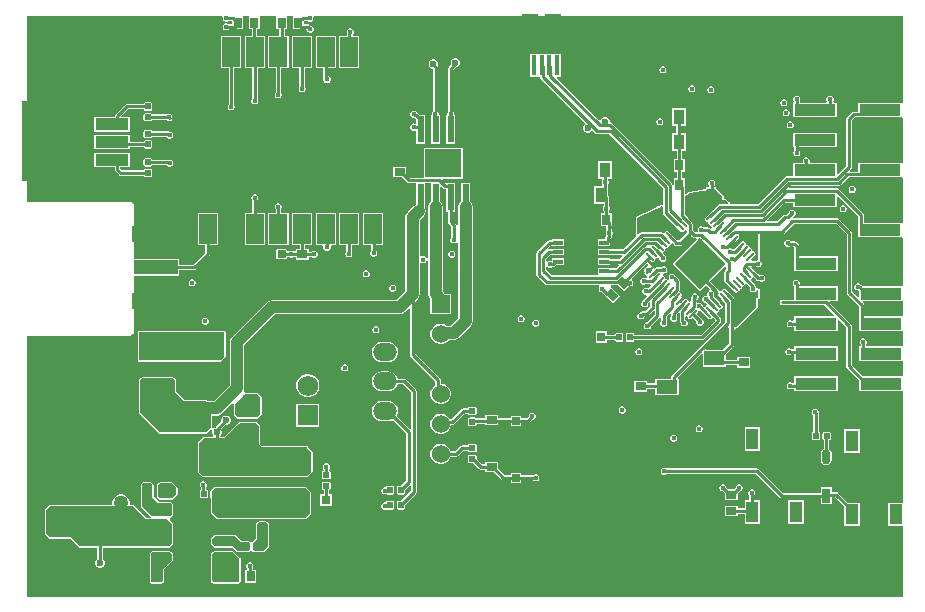
<source format=gbr>
%TF.GenerationSoftware,Altium Limited,Altium Designer,24.9.1 (31)*%
G04 Layer_Physical_Order=1*
G04 Layer_Color=255*
%FSLAX45Y45*%
%MOMM*%
%TF.SameCoordinates,30E74C37-C7CC-4F87-9207-2BD30A255DAA*%
%TF.FilePolarity,Positive*%
%TF.FileFunction,Copper,L1,Top,Signal*%
%TF.Part,Single*%
G01*
G75*
%TA.AperFunction,SMDPad,CuDef*%
G04:AMPARAMS|DCode=10|XSize=0.55mm|YSize=0.5mm|CornerRadius=0.0625mm|HoleSize=0mm|Usage=FLASHONLY|Rotation=270.000|XOffset=0mm|YOffset=0mm|HoleType=Round|Shape=RoundedRectangle|*
%AMROUNDEDRECTD10*
21,1,0.55000,0.37500,0,0,270.0*
21,1,0.42500,0.50000,0,0,270.0*
1,1,0.12500,-0.18750,-0.21250*
1,1,0.12500,-0.18750,0.21250*
1,1,0.12500,0.18750,0.21250*
1,1,0.12500,0.18750,-0.21250*
%
%ADD10ROUNDEDRECTD10*%
G04:AMPARAMS|DCode=11|XSize=0.76mm|YSize=0.6604mm|CornerRadius=0.08255mm|HoleSize=0mm|Usage=FLASHONLY|Rotation=180.000|XOffset=0mm|YOffset=0mm|HoleType=Round|Shape=RoundedRectangle|*
%AMROUNDEDRECTD11*
21,1,0.76000,0.49530,0,0,180.0*
21,1,0.59490,0.66040,0,0,180.0*
1,1,0.16510,-0.29745,0.24765*
1,1,0.16510,0.29745,0.24765*
1,1,0.16510,0.29745,-0.24765*
1,1,0.16510,-0.29745,-0.24765*
%
%ADD11ROUNDEDRECTD11*%
%ADD12R,0.90000X0.70000*%
%TA.AperFunction,ConnectorPad*%
%ADD13R,0.40000X1.75000*%
%ADD14R,1.42500X2.50000*%
%TA.AperFunction,SMDPad,CuDef*%
%ADD15R,1.62964X0.57213*%
G04:AMPARAMS|DCode=16|XSize=1.62964mm|YSize=0.57213mm|CornerRadius=0.28606mm|HoleSize=0mm|Usage=FLASHONLY|Rotation=0.000|XOffset=0mm|YOffset=0mm|HoleType=Round|Shape=RoundedRectangle|*
%AMROUNDEDRECTD16*
21,1,1.62964,0.00000,0,0,0.0*
21,1,1.05751,0.57213,0,0,0.0*
1,1,0.57213,0.52875,0.00000*
1,1,0.57213,-0.52875,0.00000*
1,1,0.57213,-0.52875,0.00000*
1,1,0.57213,0.52875,0.00000*
%
%ADD16ROUNDEDRECTD16*%
%ADD17R,2.71000X3.35000*%
%ADD18C,0.60000*%
%ADD19R,2.60000X1.05000*%
%ADD20R,2.05000X2.20000*%
%ADD21R,2.20000X2.05000*%
%TA.AperFunction,ConnectorPad*%
%ADD22R,2.20000X2.05000*%
%TA.AperFunction,SMDPad,CuDef*%
%ADD23R,0.80000X0.80000*%
G04:AMPARAMS|DCode=24|XSize=0.55mm|YSize=0.5mm|CornerRadius=0.0625mm|HoleSize=0mm|Usage=FLASHONLY|Rotation=180.000|XOffset=0mm|YOffset=0mm|HoleType=Round|Shape=RoundedRectangle|*
%AMROUNDEDRECTD24*
21,1,0.55000,0.37500,0,0,180.0*
21,1,0.42500,0.50000,0,0,180.0*
1,1,0.12500,-0.21250,0.18750*
1,1,0.12500,0.21250,0.18750*
1,1,0.12500,0.21250,-0.18750*
1,1,0.12500,-0.21250,-0.18750*
%
%ADD24ROUNDEDRECTD24*%
%TA.AperFunction,ConnectorPad*%
%ADD25R,0.70000X0.90000*%
%TA.AperFunction,SMDPad,CuDef*%
%ADD26R,0.70000X0.90000*%
%TA.AperFunction,SMDPad,SMDef*%
%ADD27R,5.30000X0.90000*%
%TA.AperFunction,SMDPad,CuDef*%
%ADD28R,1.00000X0.80000*%
%ADD29R,2.80000X1.00000*%
%ADD30R,1.80000X1.20000*%
%ADD31R,1.50000X2.50000*%
%ADD32R,0.50800X2.20980*%
%TA.AperFunction,SMDPad,SMDef*%
%ADD33R,3.09880X2.38760*%
%TA.AperFunction,SMDPad,CuDef*%
G04:AMPARAMS|DCode=34|XSize=0.2mm|YSize=0.84mm|CornerRadius=0.025mm|HoleSize=0mm|Usage=FLASHONLY|Rotation=45.000|XOffset=0mm|YOffset=0mm|HoleType=Round|Shape=RoundedRectangle|*
%AMROUNDEDRECTD34*
21,1,0.20000,0.79000,0,0,45.0*
21,1,0.15000,0.84000,0,0,45.0*
1,1,0.05000,0.33234,-0.22628*
1,1,0.05000,0.22628,-0.33234*
1,1,0.05000,-0.33234,0.22628*
1,1,0.05000,-0.22628,0.33234*
%
%ADD34ROUNDEDRECTD34*%
G04:AMPARAMS|DCode=35|XSize=0.84mm|YSize=0.2mm|CornerRadius=0.025mm|HoleSize=0mm|Usage=FLASHONLY|Rotation=45.000|XOffset=0mm|YOffset=0mm|HoleType=Round|Shape=RoundedRectangle|*
%AMROUNDEDRECTD35*
21,1,0.84000,0.15000,0,0,45.0*
21,1,0.79000,0.20000,0,0,45.0*
1,1,0.05000,0.33234,0.22628*
1,1,0.05000,-0.22628,-0.33234*
1,1,0.05000,-0.33234,-0.22628*
1,1,0.05000,0.22628,0.33234*
%
%ADD35ROUNDEDRECTD35*%
%ADD36P,4.38406X4X90.0*%
%ADD37R,1.10000X1.80000*%
G04:AMPARAMS|DCode=38|XSize=0.9mm|YSize=0.7mm|CornerRadius=0mm|HoleSize=0mm|Usage=FLASHONLY|Rotation=135.000|XOffset=0mm|YOffset=0mm|HoleType=Round|Shape=Rectangle|*
%AMROTATEDRECTD38*
4,1,4,0.56569,-0.07071,0.07071,-0.56569,-0.56569,0.07071,-0.07071,0.56569,0.56569,-0.07071,0.0*
%
%ADD38ROTATEDRECTD38*%

%ADD39R,3.50000X1.00000*%
%TA.AperFunction,ConnectorPad*%
%ADD40R,4.20000X1.35000*%
%ADD41R,3.70000X1.27000*%
%TA.AperFunction,SMDPad,CuDef*%
%ADD42R,0.85000X0.35000*%
%ADD43R,2.40000X3.10000*%
%ADD44R,0.80000X0.80000*%
%ADD45R,0.65000X0.65000*%
G04:AMPARAMS|DCode=46|XSize=1.25748mm|YSize=0.70248mm|CornerRadius=0.35124mm|HoleSize=0mm|Usage=FLASHONLY|Rotation=90.000|XOffset=0mm|YOffset=0mm|HoleType=Round|Shape=RoundedRectangle|*
%AMROUNDEDRECTD46*
21,1,1.25748,0.00000,0,0,90.0*
21,1,0.55501,0.70248,0,0,90.0*
1,1,0.70247,0.00000,0.27751*
1,1,0.70247,0.00000,-0.27751*
1,1,0.70247,0.00000,-0.27751*
1,1,0.70247,0.00000,0.27751*
%
%ADD46ROUNDEDRECTD46*%
%ADD47R,0.70248X1.25748*%
%ADD48R,0.95000X1.30000*%
%TA.AperFunction,Conductor*%
%ADD49C,0.25000*%
%ADD50C,1.00000*%
%ADD51C,0.25400*%
%ADD52R,2.00000X1.46000*%
%ADD53R,2.57051X6.80000*%
%TA.AperFunction,ComponentPad*%
%ADD54O,1.20000X1.70000*%
%ADD55O,1.00000X1.40000*%
%ADD56O,2.00000X1.50000*%
%ADD57R,2.00000X1.50000*%
%ADD58C,1.52400*%
%ADD59R,1.52400X1.52400*%
%ADD60R,1.75000X1.75000*%
%ADD61C,1.75000*%
%TA.AperFunction,ViaPad*%
%ADD62C,3.40000*%
%ADD63C,0.40000*%
%ADD64C,1.27000*%
%ADD65C,0.60000*%
%ADD66C,0.45000*%
G36*
X-184913Y2977460D02*
X-193460Y2968300D01*
X-197614Y2968300D01*
X-563460D01*
Y2894145D01*
X-604016D01*
X-612873Y2892383D01*
X-620382Y2887366D01*
X-658920Y2848827D01*
X-663937Y2841318D01*
X-665699Y2832461D01*
Y2434871D01*
X-731727Y2368844D01*
X-743460Y2373704D01*
Y2460300D01*
X-966463D01*
X-973300Y2470533D01*
Y2482467D01*
X-977867Y2493494D01*
X-986306Y2501933D01*
X-997333Y2506500D01*
X-1009267D01*
X-1020294Y2501933D01*
X-1028733Y2493494D01*
X-1033300Y2482467D01*
Y2470533D01*
X-1040137Y2460300D01*
X-1113460D01*
Y2352266D01*
X-1116065Y2350128D01*
X-1165604D01*
X-1174461Y2348366D01*
X-1181970Y2343349D01*
X-1412744Y2112575D01*
X-1643261D01*
X-1648943Y2118369D01*
X-1651993Y2124309D01*
X-1652817Y2126297D01*
Y2128450D01*
X-1654339Y2129973D01*
X-1655163Y2131962D01*
X-1672955Y2149754D01*
X-1680609Y2152924D01*
X-1704076D01*
Y2176391D01*
X-1707246Y2184045D01*
X-1764900Y2241699D01*
Y2252100D01*
X-1780539D01*
X-1782174Y2264800D01*
X-1777967Y2269006D01*
X-1773400Y2280033D01*
Y2291967D01*
X-1777967Y2302994D01*
X-1786406Y2311433D01*
X-1797433Y2316000D01*
X-1809367D01*
X-1820394Y2311433D01*
X-1828833Y2302994D01*
X-1833400Y2291967D01*
Y2280033D01*
X-1829210Y2269918D01*
Y2252100D01*
X-1854900D01*
Y2236508D01*
X-1993384Y2211325D01*
X-1994558Y2210568D01*
X-1995954Y2210517D01*
X-2022048Y2198567D01*
X-2032735Y2205428D01*
Y2253950D01*
X-2033180Y2256187D01*
Y2331250D01*
X-2055035D01*
Y2383490D01*
X-2033180D01*
Y2493490D01*
X-2055035D01*
Y2561561D01*
X-2026447D01*
Y2711561D01*
X-2060803D01*
Y2772340D01*
X-2026447D01*
Y2922340D01*
X-2141447D01*
Y2772340D01*
X-2107092D01*
Y2711561D01*
X-2141447D01*
Y2561561D01*
X-2101325D01*
Y2493490D01*
X-2123180D01*
Y2383490D01*
X-2101325D01*
Y2331250D01*
X-2123180D01*
Y2272544D01*
X-2135855Y2272485D01*
X-2137617Y2281342D01*
X-2142634Y2288850D01*
X-2648993Y2795209D01*
X-2650635Y2797666D01*
X-2658143Y2802683D01*
X-2667000Y2804445D01*
X-2667240D01*
Y2816256D01*
X-2673330Y2830958D01*
X-2684582Y2842210D01*
X-2699283Y2848300D01*
X-2715196D01*
X-2729898Y2842210D01*
X-2741150Y2830958D01*
X-2744539Y2822778D01*
X-2758973Y2819252D01*
X-3116688Y3176967D01*
X-3111828Y3188700D01*
X-3084300D01*
Y3383700D01*
X-3144300D01*
X-3144300Y3383700D01*
X-3149301D01*
Y3383700D01*
X-3157000Y3383700D01*
X-3209299D01*
Y3383700D01*
X-3214301D01*
Y3383700D01*
X-3266600D01*
X-3274300Y3383700D01*
X-3287000Y3383700D01*
X-3339300D01*
Y3188700D01*
X-3287000D01*
X-3279300Y3188700D01*
X-3262645Y3188700D01*
X-3260145Y3186200D01*
X-3258383Y3177343D01*
X-3253366Y3169834D01*
X-2876360Y2792829D01*
X-2876960Y2789810D01*
X-2888212Y2778558D01*
X-2894302Y2763857D01*
Y2747943D01*
X-2888212Y2733242D01*
X-2876960Y2721990D01*
X-2862259Y2715900D01*
X-2846346D01*
X-2831644Y2721990D01*
X-2820392Y2733242D01*
X-2817374Y2733842D01*
X-2793066Y2709534D01*
X-2785557Y2704517D01*
X-2776700Y2702755D01*
X-2670651D01*
X-2216545Y2248649D01*
Y2112791D01*
X-2219399Y2108684D01*
X-2229245Y2103221D01*
X-2229539Y2103274D01*
X-2230531Y2102584D01*
X-2231739Y2102539D01*
X-2273607Y2083366D01*
X-2274942Y2081929D01*
X-2276754Y2081179D01*
X-2277025Y2080524D01*
X-2277452D01*
X-2279617Y2079628D01*
X-2281959Y2079541D01*
X-2442907Y2005836D01*
X-2444242Y2004399D01*
X-2446054Y2003648D01*
X-2446950Y2001483D01*
X-2448546Y1999767D01*
X-2448473Y1997806D01*
X-2449224Y1995994D01*
Y1859566D01*
X-2448400Y1857577D01*
Y1855424D01*
X-2446878Y1853902D01*
X-2446054Y1851913D01*
X-2442017Y1839355D01*
X-2554528Y1726845D01*
X-2663340D01*
Y1731200D01*
X-2768340D01*
Y1676200D01*
X-2663340D01*
Y1680555D01*
X-2567252D01*
X-2562392Y1668822D01*
X-2584369Y1646845D01*
X-2663340D01*
Y1651200D01*
X-2768340D01*
Y1596200D01*
X-2663340D01*
Y1600555D01*
X-2598603D01*
X-2593743Y1588822D01*
X-2615720Y1566845D01*
X-2663340D01*
Y1571200D01*
X-2768340D01*
Y1516200D01*
X-2775449Y1506445D01*
X-3156814D01*
X-3207735Y1557366D01*
Y1576947D01*
X-3195035Y1582207D01*
X-3190334Y1577506D01*
X-3179308Y1572939D01*
X-3167373D01*
X-3156346Y1577506D01*
X-3154058Y1579794D01*
X-3151602D01*
X-3142744Y1581556D01*
X-3135236Y1586573D01*
X-3125608Y1596200D01*
X-3053340D01*
Y1651200D01*
X-3158340D01*
Y1638974D01*
X-3167373Y1632939D01*
X-3179308D01*
X-3190334Y1628371D01*
X-3195035Y1623670D01*
X-3207735Y1628930D01*
Y1644393D01*
X-3171573Y1680555D01*
X-3158340D01*
Y1676200D01*
X-3053340D01*
Y1731200D01*
X-3158340D01*
Y1726845D01*
X-3181160D01*
X-3182028Y1726672D01*
X-3188284Y1738377D01*
X-3170870Y1755790D01*
X-3158340Y1756200D01*
Y1756200D01*
X-3053340D01*
Y1811200D01*
X-3158340D01*
Y1806845D01*
X-3175692D01*
X-3184549Y1805083D01*
X-3192058Y1800066D01*
X-3281646Y1710478D01*
X-3286663Y1702969D01*
X-3288425Y1694112D01*
Y1514759D01*
X-3286663Y1505902D01*
X-3281646Y1498393D01*
X-3215787Y1432534D01*
X-3208278Y1427517D01*
X-3199421Y1425755D01*
X-2761132D01*
X-2755871Y1413055D01*
X-2755933Y1412994D01*
X-2760500Y1401967D01*
Y1390033D01*
X-2755933Y1379006D01*
X-2747494Y1370567D01*
X-2736467Y1366000D01*
X-2732943D01*
X-2720132Y1353190D01*
X-2722248Y1351074D01*
X-2644466Y1273292D01*
X-2580827Y1336932D01*
X-2656951Y1413055D01*
X-2654606Y1425755D01*
X-2598940D01*
X-2545471Y1372287D01*
X-2502579Y1415180D01*
X-2491473D01*
X-2480446Y1419747D01*
X-2472007Y1428186D01*
X-2467440Y1439212D01*
Y1451147D01*
X-2472007Y1462173D01*
X-2478432Y1468598D01*
X-2482549Y1482441D01*
X-2363330Y1601661D01*
X-2354349Y1610641D01*
X-2340134Y1596426D01*
X-2345395Y1583726D01*
X-2350968D01*
X-2361995Y1579159D01*
X-2370434Y1570720D01*
X-2375001Y1559694D01*
Y1547759D01*
X-2371081Y1538295D01*
X-2373660Y1535716D01*
X-2377622Y1526149D01*
X-2373660Y1516582D01*
X-2363053Y1505976D01*
X-2360213Y1504799D01*
X-2355330Y1501686D01*
X-2355498Y1492539D01*
X-2358410Y1486967D01*
X-2363328Y1484791D01*
X-2374354Y1489358D01*
X-2386289D01*
X-2397315Y1484791D01*
X-2405754Y1476352D01*
X-2410322Y1465326D01*
Y1453391D01*
X-2405754Y1442365D01*
X-2397315Y1433926D01*
X-2386289Y1429358D01*
X-2374354D01*
X-2363328Y1433926D01*
X-2361040Y1436214D01*
X-2324408D01*
X-2319148Y1423514D01*
X-2346261Y1396400D01*
X-2348274Y1398412D01*
X-2359300Y1402980D01*
X-2371235D01*
X-2382261Y1398412D01*
X-2390700Y1389973D01*
X-2395267Y1378947D01*
Y1367012D01*
X-2390700Y1355986D01*
X-2382261Y1347547D01*
X-2371235Y1342980D01*
X-2361074D01*
X-2357506Y1338255D01*
X-2354846Y1331247D01*
X-2389553Y1296540D01*
X-2394570Y1289031D01*
X-2395080Y1286467D01*
X-2398620Y1282928D01*
X-2403187Y1271901D01*
Y1259966D01*
X-2398620Y1248940D01*
X-2390181Y1240501D01*
X-2379154Y1235934D01*
X-2367220D01*
X-2356193Y1240501D01*
X-2347754Y1248940D01*
X-2343187Y1259966D01*
Y1271901D01*
X-2344810Y1275820D01*
X-2336335Y1284294D01*
X-2323635Y1279034D01*
Y1248617D01*
X-2366190Y1206063D01*
X-2383314D01*
X-2392171Y1204301D01*
X-2399680Y1199284D01*
X-2404761Y1194203D01*
X-2411947D01*
X-2422974Y1189635D01*
X-2431413Y1181196D01*
X-2435980Y1170170D01*
Y1158235D01*
X-2431413Y1147209D01*
X-2422974Y1138770D01*
X-2411947Y1134203D01*
X-2400012D01*
X-2388986Y1138770D01*
X-2380547Y1147209D01*
X-2376485Y1157015D01*
X-2373727Y1159773D01*
X-2356603D01*
X-2347746Y1161535D01*
X-2340237Y1166552D01*
X-2299127Y1207662D01*
X-2287394Y1202802D01*
Y1173789D01*
X-2351268Y1109915D01*
X-2354504D01*
X-2365530Y1105348D01*
X-2373969Y1096909D01*
X-2378537Y1085883D01*
Y1073948D01*
X-2373969Y1062922D01*
X-2365530Y1054483D01*
X-2354504Y1049916D01*
X-2342569D01*
X-2331543Y1054483D01*
X-2323104Y1062922D01*
X-2318537Y1073948D01*
Y1077184D01*
X-2247884Y1147837D01*
X-2246495Y1149915D01*
X-2233795Y1146062D01*
Y1119637D01*
X-2236083Y1117349D01*
X-2240650Y1106322D01*
Y1094387D01*
X-2236083Y1083361D01*
X-2227644Y1074922D01*
X-2216618Y1070355D01*
X-2204683D01*
X-2193657Y1074922D01*
X-2185218Y1083361D01*
X-2180650Y1094387D01*
Y1106322D01*
X-2185218Y1117349D01*
X-2187506Y1119637D01*
Y1159566D01*
X-2161084Y1185987D01*
X-2148384Y1180727D01*
Y1166068D01*
X-2150672Y1163780D01*
X-2155240Y1152754D01*
Y1140819D01*
X-2150672Y1129793D01*
X-2142233Y1121354D01*
X-2131207Y1116786D01*
X-2119272D01*
X-2108246Y1121354D01*
X-2099807Y1129793D01*
X-2095240Y1140819D01*
Y1152754D01*
X-2099807Y1163780D01*
X-2102095Y1166068D01*
Y1179124D01*
X-2088426Y1192792D01*
X-2075726Y1187532D01*
Y1119721D01*
X-2073965Y1110864D01*
X-2068947Y1103355D01*
X-2068541Y1102949D01*
Y1099713D01*
X-2063974Y1088686D01*
X-2055534Y1080247D01*
X-2044508Y1075680D01*
X-2032573D01*
X-2021547Y1080247D01*
X-2013108Y1088686D01*
X-2008541Y1099713D01*
Y1111648D01*
X-2013108Y1122674D01*
X-2021547Y1131113D01*
X-2029437Y1134381D01*
Y1155766D01*
X-2017456Y1163255D01*
X-2012460Y1160069D01*
X-2007141Y1151727D01*
X-2005964Y1148887D01*
X-1995358Y1138280D01*
X-1985791Y1134318D01*
X-1976224Y1138280D01*
X-1964659Y1149845D01*
X-1933975Y1119161D01*
X-1934120Y1118813D01*
Y1106878D01*
X-1929553Y1095852D01*
X-1921114Y1087412D01*
X-1910087Y1082845D01*
X-1898152D01*
X-1887126Y1087412D01*
X-1878687Y1095852D01*
X-1874120Y1106878D01*
Y1118813D01*
X-1878687Y1129839D01*
X-1887126Y1138278D01*
X-1887984Y1138633D01*
X-1931927Y1182577D01*
X-1920362Y1194142D01*
X-1916979Y1202308D01*
X-1904668Y1207955D01*
X-1904666Y1207956D01*
X-1882152Y1185442D01*
X-1874644Y1180425D01*
X-1874041Y1180305D01*
X-1832016Y1138280D01*
X-1822449Y1134318D01*
X-1812882Y1138280D01*
X-1802810Y1148352D01*
X-1789951Y1149792D01*
X-1778868Y1138710D01*
Y1121523D01*
X-1894267Y1006125D01*
X-2462499D01*
X-2463383Y1010570D01*
X-2466975Y1015945D01*
X-2472350Y1019537D01*
X-2478690Y1020798D01*
X-2516190D01*
X-2522531Y1019537D01*
X-2527906Y1015945D01*
X-2531497Y1010570D01*
X-2532758Y1004230D01*
Y961730D01*
X-2531497Y955390D01*
X-2527906Y950015D01*
X-2522531Y946423D01*
X-2516190Y945162D01*
X-2478690D01*
X-2472350Y946423D01*
X-2466975Y950015D01*
X-2463383Y955390D01*
X-2462499Y959835D01*
X-1884680D01*
X-1875823Y961597D01*
X-1868314Y966614D01*
X-1731699Y1103230D01*
X-1726682Y1110738D01*
X-1724920Y1119595D01*
Y1140637D01*
X-1726682Y1149494D01*
X-1731699Y1157003D01*
X-1757220Y1182524D01*
X-1753949Y1197214D01*
X-1745707Y1205455D01*
X-1744530Y1208296D01*
X-1739211Y1216638D01*
X-1730870Y1221956D01*
X-1728029Y1223133D01*
X-1717423Y1233739D01*
X-1713460Y1243307D01*
X-1717423Y1252874D01*
X-1737768Y1273219D01*
X-1738841Y1278610D01*
X-1743858Y1286118D01*
X-1786551Y1328811D01*
Y1337448D01*
X-1782489Y1347254D01*
Y1359189D01*
X-1787056Y1370215D01*
X-1795496Y1378655D01*
X-1803993Y1382174D01*
X-1808672Y1394955D01*
X-1809703Y1397445D01*
X-1809986Y1400124D01*
X-1811230Y1401131D01*
X-1811842Y1402609D01*
X-1843914Y1434681D01*
X-1851568Y1437851D01*
X-1859222Y1434681D01*
X-1904120Y1389782D01*
X-2122158Y1607820D01*
X-1922782Y1807196D01*
X-1921958Y1809185D01*
X-1920435Y1810708D01*
Y1812861D01*
X-1919612Y1814849D01*
X-1916561Y1820789D01*
X-1915184Y1822193D01*
X-1899974Y1822254D01*
X-1689686Y1611966D01*
X-1689746Y1596756D01*
X-1691149Y1595380D01*
X-1697091Y1592329D01*
X-1699080Y1591505D01*
X-1701232D01*
X-1702755Y1589982D01*
X-1704744Y1589158D01*
X-1826490Y1467412D01*
X-1829661Y1459758D01*
X-1826491Y1452104D01*
X-1826489Y1452104D01*
X-1756830Y1382445D01*
X-1753602Y1377613D01*
X-1752778Y1373472D01*
X-1750573Y1370172D01*
X-1748486Y1366800D01*
X-1746456Y1354697D01*
X-1747674Y1351757D01*
X-1750419Y1345130D01*
X-1746456Y1335563D01*
X-1726110Y1315217D01*
X-1725038Y1309827D01*
X-1720021Y1302318D01*
X-1693950Y1276247D01*
Y1109942D01*
X-1895807Y908084D01*
X-1899426Y905666D01*
X-1914306Y890787D01*
X-1914306Y890786D01*
X-2141605Y663487D01*
X-2146623Y655978D01*
X-2148384Y647121D01*
Y633900D01*
X-2282540D01*
Y592045D01*
X-2350980D01*
Y613900D01*
X-2460980D01*
Y523900D01*
X-2350980D01*
Y545755D01*
X-2282540D01*
Y493900D01*
X-2082540D01*
Y633900D01*
X-2087769D01*
X-2093029Y646600D01*
X-1894273Y845356D01*
X-1882540Y840496D01*
Y733900D01*
X-1682540D01*
Y748315D01*
X-1589446D01*
Y726460D01*
X-1479446D01*
Y816460D01*
X-1589446D01*
Y794605D01*
X-1682540D01*
Y841168D01*
X-1620039Y903669D01*
X-1615022Y911178D01*
X-1613260Y920035D01*
Y1047878D01*
X-1607466Y1053559D01*
X-1601527Y1056609D01*
X-1599538Y1057433D01*
X-1597385D01*
X-1595862Y1058956D01*
X-1593873Y1059780D01*
X-1418808Y1234845D01*
X-1415638Y1242499D01*
Y1303393D01*
X-1409700D01*
X-1402046Y1306563D01*
X-1398876Y1314217D01*
Y1385267D01*
X-1400096Y1388212D01*
X-1400737Y1391335D01*
X-1401634Y1391927D01*
X-1402046Y1392921D01*
X-1404992Y1394140D01*
X-1407653Y1395895D01*
X-1419414Y1398161D01*
X-1419770Y1398088D01*
X-1421461Y1399468D01*
X-1426029Y1410494D01*
X-1429077Y1413542D01*
X-1430078Y1418577D01*
X-1435096Y1426086D01*
X-1474377Y1465367D01*
X-1471106Y1480056D01*
X-1462864Y1488298D01*
X-1448429Y1489961D01*
X-1427273Y1468806D01*
X-1427273Y1468805D01*
X-1419831Y1463832D01*
X-1411052Y1462086D01*
X-1402674D01*
X-1398455Y1457867D01*
X-1387429Y1453300D01*
X-1375494D01*
X-1364468Y1457867D01*
X-1356029Y1466306D01*
X-1351462Y1477333D01*
Y1489268D01*
X-1356029Y1500294D01*
X-1364468Y1508733D01*
X-1375494Y1513300D01*
X-1387429D01*
X-1398455Y1508733D01*
X-1408883Y1515301D01*
X-1439010Y1545428D01*
X-1446453Y1550401D01*
X-1449963Y1551100D01*
X-1472010Y1573146D01*
X-1467150Y1584879D01*
X-1429186D01*
X-1426694Y1582387D01*
X-1415667Y1577820D01*
X-1403733D01*
X-1392706Y1582387D01*
X-1384267Y1590826D01*
X-1379700Y1601853D01*
Y1613787D01*
X-1384267Y1624814D01*
X-1392706Y1633253D01*
X-1399587Y1636103D01*
X-1398876Y1637820D01*
Y1853914D01*
X-1212052D01*
X-1203195Y1855676D01*
X-1195687Y1860693D01*
X-1111824Y1944555D01*
X-752526D01*
X-662454Y1854484D01*
Y1358828D01*
X-660693Y1349971D01*
X-655675Y1342463D01*
X-558825Y1245612D01*
Y1113700D01*
X-558380Y1111463D01*
Y1039820D01*
X-197614D01*
X-188380Y1039820D01*
X-184913Y1028556D01*
Y917084D01*
X-188380Y905820D01*
X-197614Y905820D01*
X-497126D01*
Y923494D01*
X-494634Y925986D01*
X-490067Y937013D01*
Y948948D01*
X-494634Y959974D01*
X-503073Y968413D01*
X-514099Y972980D01*
X-526034D01*
X-537060Y968413D01*
X-545500Y959974D01*
X-550067Y948948D01*
Y937013D01*
X-545500Y925986D01*
X-543007Y923494D01*
Y905820D01*
X-558380D01*
Y785820D01*
X-197614D01*
X-188380Y785820D01*
X-184913Y774556D01*
Y663084D01*
X-188380Y651820D01*
X-197614Y651820D01*
X-525648D01*
X-619409Y745581D01*
Y1079916D01*
X-621171Y1088773D01*
X-626188Y1096281D01*
X-811994Y1282087D01*
X-807134Y1293820D01*
X-738380D01*
Y1413820D01*
X-1062535D01*
Y1427567D01*
X-1060080Y1433495D01*
Y1445430D01*
X-1064647Y1456456D01*
X-1073086Y1464895D01*
X-1084113Y1469462D01*
X-1096048D01*
X-1107074Y1464895D01*
X-1115513Y1456456D01*
X-1120080Y1445430D01*
Y1433495D01*
X-1115513Y1422469D01*
X-1108825Y1415781D01*
Y1391120D01*
X-1108380Y1388883D01*
Y1301565D01*
X-1207024D01*
X-1215881Y1299803D01*
X-1223390Y1294786D01*
X-1228407Y1287277D01*
X-1230169Y1278420D01*
X-1228407Y1269563D01*
X-1223390Y1262054D01*
X-1215881Y1257037D01*
X-1207024Y1255275D01*
X-850645D01*
X-766923Y1171553D01*
X-771784Y1159820D01*
X-1108380D01*
Y1125941D01*
X-1121080Y1124024D01*
X-1122216Y1125161D01*
X-1133243Y1129728D01*
X-1145178D01*
X-1156204Y1125161D01*
X-1164643Y1116722D01*
X-1169210Y1105696D01*
Y1093761D01*
X-1164643Y1082734D01*
X-1156204Y1074295D01*
X-1145178Y1069728D01*
X-1133243D01*
X-1122216Y1074295D01*
X-1121080Y1075432D01*
X-1108380Y1073515D01*
Y1039820D01*
X-738380D01*
Y1126416D01*
X-726647Y1131277D01*
X-665699Y1070329D01*
Y735994D01*
X-663937Y727137D01*
X-658920Y719628D01*
X-558380Y619088D01*
Y531820D01*
X-197614D01*
X-188380Y531820D01*
X-184913Y520556D01*
Y-415740D01*
X-311800D01*
Y-615740D01*
X-184913D01*
Y-1212701D01*
X-7603349D01*
Y998051D01*
X-6733740D01*
X-6718133Y1001155D01*
X-6704901Y1009996D01*
X-6696061Y1023227D01*
X-6692956Y1038834D01*
Y1501000D01*
X-6318740D01*
Y1551356D01*
X-6183364D01*
X-6174507Y1553117D01*
X-6166998Y1558135D01*
X-6056673Y1668460D01*
X-6051655Y1675969D01*
X-6049894Y1684826D01*
Y1763523D01*
X-5988039D01*
Y2033523D01*
X-6158038D01*
Y1763523D01*
X-6096183D01*
Y1740008D01*
X-6096646Y1737682D01*
Y1699763D01*
X-6198763Y1597645D01*
X-6318740D01*
Y1648000D01*
X-6692956D01*
Y2088140D01*
X-6696061Y2103747D01*
X-6704901Y2116978D01*
X-6718133Y2125819D01*
X-6733740Y2128924D01*
X-7603349D01*
Y3705735D01*
X-5952303D01*
X-5943817Y3693035D01*
X-5944044Y3692486D01*
Y3680551D01*
X-5939477Y3669525D01*
X-5931038Y3661086D01*
X-5920012Y3656518D01*
X-5908077D01*
X-5897962Y3660708D01*
X-5866037D01*
X-5863020Y3658692D01*
Y3635340D01*
X-5894558D01*
X-5897050Y3637833D01*
X-5908077Y3642400D01*
X-5920012D01*
X-5931038Y3637833D01*
X-5939477Y3629394D01*
X-5944044Y3618367D01*
Y3606432D01*
X-5939477Y3595406D01*
X-5931038Y3586967D01*
X-5920012Y3582400D01*
X-5908077D01*
X-5897050Y3586967D01*
X-5894558Y3589459D01*
X-5840520D01*
X-5838305Y3589900D01*
X-5773020D01*
Y3699900D01*
X-5762737Y3705735D01*
X-5733303D01*
X-5723020Y3699900D01*
X-5723020Y3693035D01*
Y3589900D01*
X-5701165D01*
Y3533520D01*
X-5758039D01*
Y3263520D01*
X-5695980D01*
Y3003626D01*
X-5698472Y3001134D01*
X-5703039Y2990108D01*
Y2978173D01*
X-5698472Y2967146D01*
X-5690033Y2958707D01*
X-5679007Y2954140D01*
X-5667072D01*
X-5656046Y2958707D01*
X-5647606Y2967146D01*
X-5643039Y2978173D01*
Y2990108D01*
X-5647606Y3001134D01*
X-5650099Y3003626D01*
Y3263520D01*
X-5588039D01*
Y3533520D01*
X-5654875D01*
Y3589900D01*
X-5633020D01*
Y3693035D01*
X-5633020Y3699900D01*
X-5622737Y3705735D01*
X-5500210D01*
X-5489927Y3699900D01*
X-5489927Y3693035D01*
Y3589900D01*
X-5468072D01*
Y3533520D01*
X-5558039D01*
Y3263520D01*
X-5495980D01*
Y3056098D01*
X-5498472Y3053605D01*
X-5503040Y3042579D01*
Y3030644D01*
X-5498472Y3019618D01*
X-5490033Y3011179D01*
X-5479007Y3006612D01*
X-5467072D01*
X-5456046Y3011179D01*
X-5447607Y3019618D01*
X-5443040Y3030644D01*
Y3042579D01*
X-5447607Y3053605D01*
X-5450099Y3056098D01*
Y3263520D01*
X-5388040D01*
Y3533520D01*
X-5421782D01*
Y3589900D01*
X-5399927D01*
Y3693035D01*
X-5399927Y3699900D01*
X-5389644Y3705735D01*
X-5360210D01*
X-5349927Y3699900D01*
Y3589900D01*
X-5284642D01*
X-5282427Y3589459D01*
X-5236601D01*
X-5232662Y3585520D01*
X-5228473Y3575406D01*
X-5220034Y3566967D01*
X-5209008Y3562400D01*
X-5197073D01*
X-5186047Y3566967D01*
X-5177607Y3575406D01*
X-5173040Y3586433D01*
Y3598367D01*
X-5177607Y3609394D01*
X-5186047Y3617833D01*
X-5197073Y3622400D01*
X-5204656D01*
X-5210878Y3628621D01*
X-5218320Y3633594D01*
X-5227099Y3635340D01*
X-5259927D01*
Y3658692D01*
X-5256205Y3661179D01*
X-5254419Y3662965D01*
X-5225295D01*
X-5223416Y3661086D01*
X-5212389Y3656518D01*
X-5200454D01*
X-5189428Y3661086D01*
X-5180989Y3669525D01*
X-5176422Y3680551D01*
Y3692486D01*
X-5176649Y3693035D01*
X-5168163Y3705735D01*
X-184913D01*
Y2977460D01*
D02*
G37*
G36*
X-197614Y2848300D02*
X-193460Y2848300D01*
X-184913Y2839140D01*
Y2469460D01*
X-193460Y2460300D01*
X-197614Y2460300D01*
X-563460D01*
Y2386145D01*
X-632369D01*
X-637229Y2397878D01*
X-626188Y2408918D01*
X-621171Y2416427D01*
X-619409Y2425284D01*
Y2822874D01*
X-594429Y2847855D01*
X-415760D01*
X-413523Y2848300D01*
X-197614D01*
D02*
G37*
G36*
Y2340300D02*
X-193460Y2340300D01*
X-184913Y2331140D01*
Y1961460D01*
X-193460Y1952300D01*
X-197614Y1952300D01*
X-517615D01*
Y2019521D01*
X-519377Y2028378D01*
X-524394Y2035887D01*
X-726573Y2238066D01*
X-734082Y2243083D01*
X-742939Y2244845D01*
X-1149769D01*
X-1154629Y2256578D01*
X-1141769Y2269439D01*
X-1137569D01*
X-1137087Y2269117D01*
X-1128230Y2267355D01*
X-728690D01*
X-719833Y2269117D01*
X-712324Y2274134D01*
X-646603Y2339855D01*
X-469071D01*
X-466834Y2340300D01*
X-197614D01*
D02*
G37*
G36*
X-563905Y2009935D02*
Y1929600D01*
X-563460Y1927363D01*
Y1832300D01*
X-197614D01*
X-193460Y1832300D01*
X-184913Y1823140D01*
Y1425084D01*
X-188380Y1413820D01*
X-197614Y1413820D01*
X-525937D01*
X-535188Y1423071D01*
X-542631Y1428044D01*
X-545836Y1428682D01*
X-552306Y1435153D01*
X-563333Y1439720D01*
X-575268D01*
X-586294Y1435153D01*
X-594733Y1426713D01*
X-599300Y1415687D01*
Y1403752D01*
X-594733Y1392726D01*
X-586294Y1384287D01*
X-575268Y1379720D01*
X-563333D01*
X-558380Y1368025D01*
Y1327224D01*
X-570113Y1322363D01*
X-616165Y1368415D01*
Y1864071D01*
X-617927Y1872928D01*
X-622944Y1880437D01*
X-726573Y1984066D01*
X-734082Y1989083D01*
X-742939Y1990845D01*
X-1106354D01*
X-1107329Y1991368D01*
X-1114564Y2003545D01*
X-1113643Y2005401D01*
X-1104651Y2009126D01*
X-1096212Y2017565D01*
X-1091645Y2028591D01*
Y2040526D01*
X-1096212Y2051552D01*
X-1104651Y2059992D01*
X-1115677Y2064559D01*
X-1127612D01*
X-1138638Y2059992D01*
X-1147077Y2051552D01*
X-1151139Y2041746D01*
X-1170243Y2022643D01*
X-1186710D01*
X-1195567Y2020881D01*
X-1203076Y2015864D01*
X-1255085Y1963855D01*
X-1329907D01*
X-1334768Y1975588D01*
X-1187201Y2123155D01*
X-1113460D01*
Y2086300D01*
X-743460D01*
Y2172896D01*
X-731727Y2177757D01*
X-563905Y2009935D01*
D02*
G37*
G36*
X-1714900Y2176391D02*
Y2142100D01*
X-1680609D01*
X-1662817Y2124308D01*
X-1667677Y2112575D01*
X-1733637D01*
X-1742494Y2110813D01*
X-1750002Y2105796D01*
X-1833158Y2022640D01*
X-1838175Y2015132D01*
X-1838299Y2014508D01*
X-1859593Y1993214D01*
X-1863556Y1983647D01*
X-1859593Y1974080D01*
X-1848987Y1963474D01*
X-1846146Y1962297D01*
X-1837805Y1956978D01*
X-1832486Y1948637D01*
X-1831309Y1945796D01*
X-1820702Y1935189D01*
X-1817862Y1934013D01*
X-1809520Y1928694D01*
X-1804201Y1920352D01*
X-1803427Y1918484D01*
X-1803319Y1916830D01*
X-1808443Y1904969D01*
X-1815411Y1904004D01*
X-1817531Y1906125D01*
X-1825040Y1911142D01*
X-1833897Y1912904D01*
X-1870544D01*
X-1875003Y1917363D01*
X-1886030Y1921931D01*
X-1897964D01*
X-1908991Y1917363D01*
X-1917430Y1908924D01*
X-1921997Y1897898D01*
Y1885963D01*
X-1921666Y1885164D01*
X-1930152Y1872464D01*
X-1949393D01*
X-1966841Y1889912D01*
Y1944504D01*
X-1968588Y1953283D01*
X-1973560Y1960726D01*
X-1976341Y1963507D01*
X-1976931Y1964930D01*
X-1998225Y1986224D01*
X-1998349Y1986848D01*
X-2003366Y1994356D01*
X-2032735Y2023725D01*
Y2181768D01*
X-1991447Y2200675D01*
X-1778000Y2239491D01*
X-1714900Y2176391D01*
D02*
G37*
G36*
X-2216545Y2085838D02*
Y2036044D01*
X-2214783Y2027187D01*
X-2209766Y2019679D01*
X-2114623Y1924536D01*
X-2107114Y1919519D01*
X-2103399Y1918780D01*
X-2063240Y1878621D01*
X-2053673Y1874658D01*
X-2044106Y1878621D01*
X-2033499Y1889227D01*
X-2032323Y1892068D01*
X-2031975Y1892614D01*
X-2025423Y1894184D01*
X-2012722Y1884215D01*
Y1868261D01*
X-2078043Y1802941D01*
X-2095082D01*
X-2144932Y1852791D01*
X-2152374Y1857763D01*
X-2152664Y1857821D01*
X-2174214Y1879370D01*
X-2183780Y1883333D01*
X-2193348Y1879370D01*
X-2203954Y1868764D01*
X-2218668Y1866428D01*
X-2221971Y1869732D01*
X-2229480Y1874749D01*
X-2238337Y1876511D01*
X-2395275D01*
X-2404132Y1874749D01*
X-2411641Y1869732D01*
X-2426667Y1854706D01*
X-2438400Y1859566D01*
Y1995994D01*
X-2277452Y2069700D01*
X-2269100D01*
Y2073525D01*
X-2227232Y2092698D01*
X-2216545Y2085838D01*
D02*
G37*
G36*
X-1975117Y1833302D02*
X-1967675Y1828329D01*
X-1958896Y1826583D01*
X-1935296D01*
X-1930436Y1814850D01*
X-2137465Y1607820D01*
X-1904120Y1374475D01*
X-1851568Y1427027D01*
X-1819496Y1394955D01*
X-1823595Y1381094D01*
X-1829483Y1378655D01*
X-1837922Y1370215D01*
X-1842489Y1359189D01*
Y1347254D01*
X-1841709Y1345370D01*
X-1846659Y1339126D01*
X-1851169Y1335022D01*
X-1861847D01*
X-1872874Y1330455D01*
X-1881313Y1322015D01*
X-1885880Y1310989D01*
Y1299054D01*
X-1881313Y1288028D01*
X-1872874Y1279589D01*
X-1861847Y1275022D01*
X-1858611D01*
X-1846792Y1263202D01*
X-1848987Y1252166D01*
X-1859593Y1241560D01*
X-1870615Y1239368D01*
X-1880898Y1249650D01*
Y1252903D01*
X-1885465Y1263929D01*
X-1893904Y1272368D01*
X-1904930Y1276935D01*
X-1916865D01*
X-1922753Y1274497D01*
X-1935453Y1281400D01*
Y1298626D01*
X-1928331Y1301576D01*
X-1919892Y1310015D01*
X-1915325Y1321041D01*
Y1332976D01*
X-1919892Y1344002D01*
X-1928331Y1352442D01*
X-1939358Y1357009D01*
X-1951293D01*
X-1962319Y1352442D01*
X-1970758Y1344002D01*
X-1975325Y1332976D01*
Y1329561D01*
X-1979981Y1322593D01*
X-1981742Y1313736D01*
Y1291249D01*
X-1993723Y1283760D01*
X-1998719Y1286946D01*
X-2004039Y1295288D01*
X-2005215Y1298128D01*
X-2015822Y1308735D01*
X-2025389Y1312698D01*
X-2034956Y1308735D01*
X-2036045Y1307645D01*
X-2062873Y1334473D01*
X-2061784Y1335563D01*
X-2057821Y1345130D01*
X-2061784Y1354697D01*
X-2072390Y1365303D01*
X-2078636Y1374780D01*
X-2076874Y1383637D01*
Y1456929D01*
X-2078636Y1465786D01*
X-2083653Y1473295D01*
X-2110024Y1499666D01*
X-2111077Y1500370D01*
X-2114736Y1509202D01*
X-2123175Y1517641D01*
X-2134201Y1522208D01*
X-2146136D01*
X-2157162Y1517641D01*
X-2165601Y1509202D01*
X-2170168Y1498176D01*
Y1486241D01*
X-2165601Y1475215D01*
X-2175473Y1468386D01*
X-2185527Y1478441D01*
X-2188368Y1479617D01*
X-2196709Y1484936D01*
X-2202028Y1493278D01*
X-2203205Y1496118D01*
X-2213811Y1506725D01*
X-2216652Y1507901D01*
X-2216821Y1510726D01*
X-2204852Y1523342D01*
X-2204683D01*
X-2193657Y1527910D01*
X-2185218Y1536349D01*
X-2180650Y1547375D01*
Y1559310D01*
X-2185218Y1570336D01*
X-2193657Y1578775D01*
X-2204683Y1583342D01*
X-2216618D01*
X-2227644Y1578775D01*
X-2229932Y1576487D01*
X-2269725D01*
X-2278582Y1574725D01*
X-2286090Y1569708D01*
X-2292099Y1563699D01*
X-2346695Y1618295D01*
X-2329363Y1635627D01*
X-2317798Y1624062D01*
X-2308231Y1620100D01*
X-2298664Y1624062D01*
X-2288058Y1634669D01*
X-2286881Y1637509D01*
X-2281562Y1645851D01*
X-2273220Y1651170D01*
X-2270380Y1652346D01*
X-2262138Y1660588D01*
X-2260067Y1661068D01*
X-2248995Y1655757D01*
Y1648558D01*
X-2244428Y1637531D01*
X-2235989Y1629092D01*
X-2224963Y1624525D01*
X-2213028D01*
X-2202001Y1629092D01*
X-2193562Y1637531D01*
X-2188995Y1648558D01*
Y1660492D01*
X-2193562Y1671519D01*
X-2200051Y1678008D01*
X-2200406Y1679788D01*
X-2205423Y1687296D01*
X-2214717Y1696590D01*
X-2211446Y1711281D01*
X-2203205Y1719522D01*
X-2202028Y1722362D01*
X-2196709Y1730704D01*
X-2188368Y1736023D01*
X-2185527Y1737199D01*
X-2174921Y1747806D01*
X-2173744Y1750647D01*
X-2168425Y1758988D01*
X-2160084Y1764307D01*
X-2157243Y1765484D01*
X-2146637Y1776090D01*
X-2135360Y1778333D01*
X-2120806Y1763779D01*
X-2113364Y1758806D01*
X-2104585Y1757060D01*
X-2068540D01*
X-2059761Y1758806D01*
X-2052319Y1763779D01*
X-1978957Y1837141D01*
X-1975117Y1833302D01*
D02*
G37*
G36*
X-1409700Y1637820D02*
X-1415667D01*
X-1426694Y1633253D01*
X-1429186Y1630761D01*
X-1467150D01*
X-1472010Y1642494D01*
X-1434580Y1679924D01*
X-1430617Y1689491D01*
X-1434580Y1699058D01*
X-1445187Y1709664D01*
X-1448027Y1710841D01*
X-1456369Y1716160D01*
X-1461688Y1724502D01*
X-1462864Y1727342D01*
X-1473471Y1737949D01*
X-1476312Y1739125D01*
X-1484653Y1744444D01*
X-1489972Y1752785D01*
X-1491149Y1755626D01*
X-1501755Y1766233D01*
X-1504596Y1767409D01*
X-1512938Y1772729D01*
X-1518256Y1781070D01*
X-1519433Y1783911D01*
X-1530039Y1794517D01*
X-1539607Y1798480D01*
X-1549173Y1794517D01*
X-1570468Y1773223D01*
X-1571091Y1773099D01*
X-1578600Y1768082D01*
X-1616491Y1730191D01*
X-1630093Y1729133D01*
X-1641119Y1733700D01*
X-1642837D01*
X-1648097Y1746400D01*
X-1602862Y1791635D01*
X-1602437Y1791919D01*
X-1597419Y1799428D01*
X-1597296Y1800051D01*
X-1576001Y1821345D01*
X-1572039Y1830912D01*
X-1576001Y1840479D01*
X-1576736Y1841214D01*
X-1571475Y1853914D01*
X-1409700D01*
Y1637820D01*
D02*
G37*
G36*
X-197614Y1293820D02*
X-188380Y1293820D01*
X-184913Y1282556D01*
Y1171084D01*
X-188380Y1159820D01*
X-197614Y1159820D01*
X-512535D01*
Y1255199D01*
X-514297Y1264056D01*
X-519314Y1271565D01*
X-529837Y1282087D01*
X-524976Y1293820D01*
X-197614D01*
D02*
G37*
G36*
X-1685357Y1576644D02*
Y1556158D01*
X-1691239Y1550276D01*
X-1696212Y1542834D01*
X-1697958Y1534055D01*
Y1463570D01*
X-1696212Y1454791D01*
X-1691239Y1447349D01*
X-1635024Y1391134D01*
X-1627581Y1386161D01*
X-1627291Y1386103D01*
X-1605742Y1364554D01*
X-1596175Y1360591D01*
X-1586608Y1364554D01*
X-1576001Y1375161D01*
X-1574825Y1378002D01*
X-1569506Y1386343D01*
X-1561165Y1391662D01*
X-1558324Y1392838D01*
X-1547717Y1403445D01*
X-1546540Y1406285D01*
X-1541221Y1414627D01*
X-1532880Y1419946D01*
X-1530039Y1421123D01*
X-1519967Y1431195D01*
X-1507108Y1432635D01*
X-1479259Y1404786D01*
X-1481461Y1399468D01*
Y1387533D01*
X-1476894Y1376507D01*
X-1468455Y1368067D01*
X-1457429Y1363500D01*
X-1445494D01*
X-1434468Y1368067D01*
X-1426029Y1376507D01*
X-1421461Y1387532D01*
X-1409700Y1385267D01*
Y1314217D01*
X-1426461D01*
Y1242499D01*
X-1601527Y1067433D01*
X-1613260Y1072294D01*
Y1308002D01*
X-1615022Y1316860D01*
X-1620039Y1324368D01*
X-1631985Y1336314D01*
X-1632570Y1337726D01*
X-1653864Y1359020D01*
X-1653988Y1359644D01*
X-1659005Y1367152D01*
X-1666514Y1372170D01*
X-1667137Y1372294D01*
X-1688431Y1393588D01*
X-1697998Y1397550D01*
X-1707565Y1393588D01*
X-1718172Y1382981D01*
X-1719348Y1380141D01*
X-1723365Y1373841D01*
X-1736619Y1371594D01*
X-1742162Y1375584D01*
X-1743406Y1381837D01*
X-1748423Y1389345D01*
X-1818836Y1459758D01*
X-1697090Y1581504D01*
X-1685357Y1576644D01*
D02*
G37*
G36*
X-1659550Y1062285D02*
Y929621D01*
X-1715271Y873900D01*
X-1847935D01*
X-1852795Y885633D01*
X-1671283Y1067145D01*
X-1659550Y1062285D01*
D02*
G37*
%LPC*%
G36*
X-4858588Y3598700D02*
X-4870523D01*
X-4881550Y3594133D01*
X-4889989Y3585694D01*
X-4894556Y3574667D01*
Y3564458D01*
X-4896186Y3556264D01*
Y3533520D01*
X-4958041D01*
Y3263520D01*
X-4788041D01*
Y3533520D01*
X-4840434D01*
X-4844610Y3546220D01*
X-4839123Y3551706D01*
X-4834556Y3562733D01*
Y3574667D01*
X-4839123Y3585694D01*
X-4847562Y3594133D01*
X-4858588Y3598700D01*
D02*
G37*
G36*
X-2211754Y3278005D02*
X-2223689D01*
X-2234715Y3273438D01*
X-2243155Y3264999D01*
X-2247722Y3253973D01*
Y3242038D01*
X-2243155Y3231012D01*
X-2234715Y3222572D01*
X-2223689Y3218005D01*
X-2211754D01*
X-2200728Y3222572D01*
X-2192289Y3231012D01*
X-2187722Y3242038D01*
Y3253973D01*
X-2192289Y3264999D01*
X-2200728Y3273438D01*
X-2211754Y3278005D01*
D02*
G37*
G36*
X-4988041Y3533520D02*
X-5158040D01*
Y3263520D01*
X-5096185D01*
Y3180534D01*
X-5094423Y3171676D01*
X-5092278Y3168466D01*
Y3159853D01*
X-5087711Y3148827D01*
X-5079272Y3140388D01*
X-5068245Y3135820D01*
X-5056310D01*
X-5045284Y3140388D01*
X-5036845Y3148827D01*
X-5032278Y3159853D01*
Y3171788D01*
X-5036845Y3182814D01*
X-5045284Y3191253D01*
X-5049896Y3193163D01*
Y3263520D01*
X-4988041D01*
Y3533520D01*
D02*
G37*
G36*
X-1968554Y3117209D02*
X-1980489D01*
X-1991515Y3112642D01*
X-1999955Y3104203D01*
X-2004522Y3093176D01*
Y3081241D01*
X-1999955Y3070215D01*
X-1991515Y3061776D01*
X-1980489Y3057209D01*
X-1968554D01*
X-1957528Y3061776D01*
X-1949089Y3070215D01*
X-1944522Y3081241D01*
Y3093176D01*
X-1949089Y3104203D01*
X-1957528Y3112642D01*
X-1968554Y3117209D01*
D02*
G37*
G36*
X-5188040Y3533520D02*
X-5358040D01*
Y3263520D01*
X-5296185D01*
Y3106491D01*
X-5298473Y3104203D01*
X-5303040Y3093176D01*
Y3081241D01*
X-5298473Y3070215D01*
X-5290034Y3061776D01*
X-5279007Y3057209D01*
X-5267073D01*
X-5256046Y3061776D01*
X-5247607Y3070215D01*
X-5243040Y3081241D01*
Y3093176D01*
X-5247607Y3104203D01*
X-5249895Y3106491D01*
Y3263520D01*
X-5188040D01*
Y3533520D01*
D02*
G37*
G36*
X-1806522Y3109112D02*
X-1818457D01*
X-1829483Y3104544D01*
X-1837922Y3096105D01*
X-1842489Y3085079D01*
Y3073144D01*
X-1837922Y3062118D01*
X-1829483Y3053679D01*
X-1818457Y3049112D01*
X-1806522D01*
X-1795496Y3053679D01*
X-1787056Y3062118D01*
X-1782489Y3073144D01*
Y3085079D01*
X-1787056Y3096105D01*
X-1795496Y3104544D01*
X-1806522Y3109112D01*
D02*
G37*
G36*
X-797492Y3027153D02*
X-809427D01*
X-820454Y3022586D01*
X-828893Y3014147D01*
X-833460Y3003121D01*
Y2991186D01*
X-828893Y2980160D01*
X-834445Y2968300D01*
X-1054695D01*
X-1060247Y2980160D01*
X-1055680Y2991186D01*
Y3003121D01*
X-1060247Y3014147D01*
X-1068686Y3022586D01*
X-1079713Y3027153D01*
X-1091648D01*
X-1102674Y3022586D01*
X-1111113Y3014147D01*
X-1115680Y3003121D01*
Y2991186D01*
X-1111113Y2980160D01*
X-1113460Y2968300D01*
X-1113460D01*
Y2848300D01*
X-743460D01*
Y2968300D01*
X-772474D01*
X-778027Y2980160D01*
X-773460Y2991186D01*
Y3003121D01*
X-778027Y3014147D01*
X-786466Y3022586D01*
X-797492Y3027153D01*
D02*
G37*
G36*
X-1187305Y2999712D02*
X-1199240D01*
X-1210266Y2995145D01*
X-1218705Y2986706D01*
X-1223272Y2975680D01*
Y2963745D01*
X-1218705Y2952719D01*
X-1210266Y2944279D01*
X-1199240Y2939712D01*
X-1187305D01*
X-1176279Y2944279D01*
X-1167840Y2952719D01*
X-1163273Y2963745D01*
Y2975680D01*
X-1167840Y2986706D01*
X-1176279Y2995145D01*
X-1187305Y2999712D01*
D02*
G37*
G36*
X-5788039Y3533520D02*
X-5958039D01*
Y3263520D01*
X-5895462D01*
Y2955656D01*
X-5897954Y2953164D01*
X-5902522Y2942137D01*
Y2930202D01*
X-5897954Y2919176D01*
X-5889515Y2910737D01*
X-5878489Y2906170D01*
X-5866554D01*
X-5855528Y2910737D01*
X-5847089Y2919176D01*
X-5842522Y2930202D01*
Y2942137D01*
X-5847089Y2953164D01*
X-5849581Y2955656D01*
Y3263520D01*
X-5788039D01*
Y3533520D01*
D02*
G37*
G36*
X-6557350Y2972658D02*
X-6599850D01*
X-6606190Y2971397D01*
X-6611565Y2967805D01*
X-6615157Y2962430D01*
X-6615544Y2960485D01*
X-6756893D01*
X-6765750Y2958723D01*
X-6773258Y2953706D01*
X-6852545Y2874419D01*
X-6857562Y2866910D01*
X-6859324Y2858053D01*
Y2844832D01*
X-7034180D01*
Y2724832D01*
X-6734181D01*
Y2844832D01*
X-6798709D01*
X-6803969Y2857532D01*
X-6747306Y2914195D01*
X-6615544D01*
X-6615157Y2912249D01*
X-6611565Y2906874D01*
X-6606190Y2903283D01*
X-6599850Y2902022D01*
X-6557350D01*
X-6551010Y2903283D01*
X-6545635Y2906874D01*
X-6542043Y2912249D01*
X-6540782Y2918590D01*
Y2956090D01*
X-6542043Y2962430D01*
X-6545635Y2967805D01*
X-6551010Y2971397D01*
X-6557350Y2972658D01*
D02*
G37*
G36*
X-1169125Y2914357D02*
X-1181060D01*
X-1192086Y2909790D01*
X-1200525Y2901351D01*
X-1205093Y2890325D01*
Y2878390D01*
X-1200525Y2867364D01*
X-1192086Y2858925D01*
X-1181060Y2854358D01*
X-1169125D01*
X-1158099Y2858925D01*
X-1149660Y2867364D01*
X-1145093Y2878390D01*
Y2890325D01*
X-1149660Y2901351D01*
X-1158099Y2909790D01*
X-1169125Y2914357D01*
D02*
G37*
G36*
X-6557350Y2882658D02*
X-6599850D01*
X-6606190Y2881397D01*
X-6611565Y2877806D01*
X-6615157Y2872430D01*
X-6616418Y2866090D01*
Y2828590D01*
X-6615157Y2822250D01*
X-6611565Y2816874D01*
X-6606190Y2813283D01*
X-6599850Y2812022D01*
X-6557350D01*
X-6551010Y2813283D01*
X-6545635Y2816874D01*
X-6542043Y2822250D01*
X-6541656Y2824195D01*
X-6420522D01*
X-6418234Y2821907D01*
X-6407207Y2817340D01*
X-6396982D01*
X-6393740Y2816695D01*
X-6384883Y2818457D01*
X-6377374Y2823474D01*
X-6372357Y2830983D01*
X-6370595Y2839840D01*
X-6371240Y2843082D01*
Y2853307D01*
X-6375807Y2864334D01*
X-6384246Y2872773D01*
X-6395272Y2877340D01*
X-6407207D01*
X-6418234Y2872773D01*
X-6420522Y2870485D01*
X-6541656D01*
X-6542043Y2872430D01*
X-6545635Y2877806D01*
X-6551010Y2881397D01*
X-6557350Y2882658D01*
D02*
G37*
G36*
X-4322547Y2900880D02*
X-4334482D01*
X-4345508Y2896313D01*
X-4353947Y2887874D01*
X-4358514Y2876847D01*
Y2864912D01*
X-4353947Y2853886D01*
X-4345508Y2845447D01*
X-4334482Y2840880D01*
X-4322547D01*
X-4317343Y2843036D01*
X-4305494Y2831187D01*
Y2799520D01*
X-4318195Y2791717D01*
X-4322547Y2793520D01*
X-4334482D01*
X-4345508Y2788953D01*
X-4353947Y2780514D01*
X-4358514Y2769487D01*
Y2757553D01*
X-4353947Y2746526D01*
X-4345508Y2738087D01*
X-4334482Y2733520D01*
X-4322547D01*
X-4318195Y2735323D01*
X-4305494Y2727520D01*
Y2622650D01*
X-4234694D01*
Y2863630D01*
X-4273051D01*
X-4293653Y2884231D01*
X-4301095Y2889204D01*
X-4305236Y2890028D01*
X-4311521Y2896313D01*
X-4322547Y2900880D01*
D02*
G37*
G36*
X-2240038Y2838300D02*
X-2251973D01*
X-2263000Y2833733D01*
X-2271439Y2825294D01*
X-2276006Y2814267D01*
Y2802332D01*
X-2271439Y2791306D01*
X-2263000Y2782867D01*
X-2251973Y2778300D01*
X-2240038D01*
X-2229012Y2782867D01*
X-2220573Y2791306D01*
X-2216006Y2802332D01*
Y2814267D01*
X-2220573Y2825294D01*
X-2229012Y2833733D01*
X-2240038Y2838300D01*
D02*
G37*
G36*
X-1133243Y2811300D02*
X-1145178D01*
X-1156204Y2806733D01*
X-1164643Y2798294D01*
X-1169210Y2787267D01*
Y2775333D01*
X-1164643Y2764306D01*
X-1156204Y2755867D01*
X-1145178Y2751300D01*
X-1133243D01*
X-1122216Y2755867D01*
X-1113777Y2764306D01*
X-1109210Y2775333D01*
Y2787267D01*
X-1113777Y2798294D01*
X-1122216Y2806733D01*
X-1133243Y2811300D01*
D02*
G37*
G36*
X-6557350Y2741518D02*
X-6599850D01*
X-6606190Y2740257D01*
X-6611565Y2736665D01*
X-6615157Y2731290D01*
X-6616418Y2724950D01*
Y2687450D01*
X-6615157Y2681109D01*
X-6611565Y2675734D01*
X-6606190Y2672143D01*
X-6599850Y2670882D01*
X-6557350D01*
X-6551010Y2672143D01*
X-6545635Y2675734D01*
X-6542043Y2681109D01*
X-6541656Y2683055D01*
X-6421620D01*
X-6419173Y2677146D01*
X-6410733Y2668707D01*
X-6399707Y2664140D01*
X-6387772D01*
X-6376746Y2668707D01*
X-6368307Y2677146D01*
X-6363740Y2688172D01*
Y2700107D01*
X-6368307Y2711134D01*
X-6376746Y2719573D01*
X-6387772Y2724140D01*
X-6391790D01*
X-6396943Y2727583D01*
X-6405800Y2729345D01*
X-6541656D01*
X-6542043Y2731290D01*
X-6545635Y2736665D01*
X-6551010Y2740257D01*
X-6557350Y2741518D01*
D02*
G37*
G36*
X-3966638Y3347502D02*
X-3982551D01*
X-3997252Y3341412D01*
X-4008505Y3330160D01*
X-4014594Y3315458D01*
Y3299545D01*
X-4012053Y3293411D01*
X-4032460Y3273005D01*
X-4037477Y3265496D01*
X-4039239Y3256639D01*
Y2890162D01*
X-4041527Y2887874D01*
X-4046094Y2876847D01*
Y2864913D01*
X-4046951Y2863630D01*
X-4051494D01*
Y2622650D01*
X-3980694D01*
Y2863630D01*
X-3985237D01*
X-3986094Y2864913D01*
Y2876847D01*
X-3990662Y2887874D01*
X-3992950Y2890162D01*
Y3247052D01*
X-3972500Y3267502D01*
X-3966638D01*
X-3951936Y3273591D01*
X-3940684Y3284844D01*
X-3934594Y3299545D01*
Y3315458D01*
X-3940684Y3330160D01*
X-3951936Y3341412D01*
X-3966638Y3347502D01*
D02*
G37*
G36*
X-4154188Y3337500D02*
X-4170101D01*
X-4184802Y3331411D01*
X-4196055Y3320158D01*
X-4202144Y3305457D01*
Y3289544D01*
X-4196055Y3274842D01*
X-4184802Y3263590D01*
X-4170101Y3257500D01*
X-4166239D01*
Y2902153D01*
X-4166275Y2902099D01*
X-4168037Y2893242D01*
Y2891960D01*
X-4172123Y2887874D01*
X-4176690Y2876847D01*
Y2864913D01*
X-4177547Y2863630D01*
X-4178494D01*
Y2622650D01*
X-4107694D01*
Y2863630D01*
X-4115833D01*
X-4116690Y2864913D01*
Y2876847D01*
X-4121257Y2887874D01*
X-4121355Y2887972D01*
X-4119950Y2895040D01*
Y3269088D01*
X-4121711Y3277945D01*
X-4124945Y3282784D01*
X-4122144Y3289544D01*
Y3305457D01*
X-4128234Y3320158D01*
X-4139486Y3331411D01*
X-4154188Y3337500D01*
D02*
G37*
G36*
X-6734181Y2694832D02*
X-7034180D01*
Y2574832D01*
X-6734181D01*
Y2593055D01*
X-6615544D01*
X-6615157Y2591110D01*
X-6611565Y2585734D01*
X-6606190Y2582143D01*
X-6599850Y2580882D01*
X-6557350D01*
X-6551010Y2582143D01*
X-6545635Y2585734D01*
X-6542043Y2591110D01*
X-6540782Y2597450D01*
Y2634950D01*
X-6542043Y2641290D01*
X-6545635Y2646666D01*
X-6551010Y2650257D01*
X-6557350Y2651518D01*
X-6599850D01*
X-6606190Y2650257D01*
X-6611565Y2646666D01*
X-6615157Y2641290D01*
X-6615544Y2639345D01*
X-6734181D01*
Y2694832D01*
D02*
G37*
G36*
X-743460Y2714300D02*
X-1113460D01*
Y2594300D01*
X-1108621D01*
Y2566047D01*
X-1111113Y2563555D01*
X-1115680Y2552529D01*
Y2540594D01*
X-1111113Y2529567D01*
X-1102674Y2521128D01*
X-1091648Y2516561D01*
X-1079713D01*
X-1068686Y2521128D01*
X-1060247Y2529567D01*
X-1055680Y2540594D01*
Y2552529D01*
X-1060247Y2563555D01*
X-1062740Y2566047D01*
Y2594300D01*
X-743460D01*
Y2714300D01*
D02*
G37*
G36*
X-6557350Y2499118D02*
X-6599850D01*
X-6606190Y2497857D01*
X-6611565Y2494266D01*
X-6615157Y2488890D01*
X-6616418Y2482550D01*
Y2445050D01*
X-6615157Y2438710D01*
X-6611565Y2433334D01*
X-6606190Y2429743D01*
X-6599850Y2428482D01*
X-6557350D01*
X-6551010Y2429743D01*
X-6545635Y2433334D01*
X-6542043Y2438710D01*
X-6541656Y2440655D01*
X-6420005D01*
X-6419173Y2438646D01*
X-6410733Y2430207D01*
X-6399707Y2425640D01*
X-6387772D01*
X-6376746Y2430207D01*
X-6368307Y2438646D01*
X-6363740Y2449673D01*
Y2461607D01*
X-6368307Y2472634D01*
X-6376746Y2481073D01*
X-6387772Y2485640D01*
X-6395340D01*
X-6401900Y2486945D01*
X-6541656D01*
X-6542043Y2488890D01*
X-6545635Y2494266D01*
X-6551010Y2497857D01*
X-6557350Y2499118D01*
D02*
G37*
G36*
X-6734181Y2544832D02*
X-7034180D01*
Y2424832D01*
X-6859324D01*
Y2403240D01*
X-6857562Y2394382D01*
X-6852545Y2386874D01*
X-6823106Y2357434D01*
X-6815597Y2352417D01*
X-6806740Y2350655D01*
X-6615544D01*
X-6615157Y2348710D01*
X-6611565Y2343335D01*
X-6606190Y2339743D01*
X-6599850Y2338482D01*
X-6557350D01*
X-6551010Y2339743D01*
X-6545635Y2343335D01*
X-6542043Y2348710D01*
X-6540782Y2355050D01*
Y2392550D01*
X-6542043Y2398891D01*
X-6545635Y2404266D01*
X-6551010Y2407857D01*
X-6557350Y2409118D01*
X-6599850D01*
X-6606190Y2407857D01*
X-6611565Y2404266D01*
X-6615157Y2398891D01*
X-6615544Y2396945D01*
X-6797153D01*
X-6812340Y2412132D01*
X-6811358Y2424832D01*
X-6734181D01*
Y2544832D01*
D02*
G37*
G36*
X-3914654Y2585020D02*
X-4244534D01*
Y2334005D01*
X-4357713D01*
X-4392540Y2368831D01*
Y2426100D01*
X-4502540D01*
Y2336100D01*
X-4425272D01*
X-4383666Y2294494D01*
X-4376157Y2289477D01*
X-4367300Y2287715D01*
X-4305494D01*
Y2108021D01*
X-4310485Y2107029D01*
X-4330332Y2093768D01*
X-4380257Y2043842D01*
X-4393519Y2023995D01*
X-4398175Y2000585D01*
Y1373530D01*
X-4472880Y1298825D01*
X-5529935D01*
X-5553346Y1294169D01*
X-5573192Y1280907D01*
X-5868183Y985916D01*
X-5881445Y966070D01*
X-5886101Y942659D01*
Y575814D01*
X-6019740Y442175D01*
X-6068027D01*
X-6074641Y450994D01*
X-6075337Y451406D01*
X-6075646Y452154D01*
X-6078817Y453467D01*
X-6081769Y455215D01*
X-6082553Y455014D01*
X-6083300Y455324D01*
X-6269316Y455324D01*
X-6339176Y525184D01*
Y622299D01*
X-6339175Y622300D01*
X-6342346Y629954D01*
X-6342347Y629955D01*
X-6355046Y642654D01*
X-6362700Y645824D01*
X-6629399D01*
X-6629400Y645825D01*
X-6637054Y642654D01*
X-6637055Y642653D01*
X-6649754Y629954D01*
X-6652924Y622300D01*
Y342901D01*
X-6652924Y342900D01*
X-6649754Y335246D01*
X-6484654Y170146D01*
X-6477000Y166976D01*
X-6083300D01*
X-6075646Y170146D01*
X-6044484Y201308D01*
X-6033553Y204471D01*
X-6032800Y203895D01*
X-6031722Y192223D01*
X-6034400Y185757D01*
Y169843D01*
X-6028310Y155142D01*
X-6023692Y150524D01*
X-6028953Y137824D01*
X-6106547D01*
X-6108536Y137000D01*
X-6110690D01*
X-6114365Y135478D01*
X-6115887Y133955D01*
X-6117876Y133131D01*
X-6152932Y98076D01*
X-6153756Y96086D01*
X-6155278Y94564D01*
X-6156800Y90889D01*
Y88736D01*
X-6157624Y86747D01*
Y-150247D01*
X-6156800Y-152236D01*
Y-154390D01*
X-6155278Y-158065D01*
X-6153755Y-159587D01*
X-6152931Y-161576D01*
X-6117876Y-196632D01*
X-6115886Y-197456D01*
X-6114364Y-198978D01*
X-6110689Y-200500D01*
X-6108536D01*
X-6106547Y-201324D01*
X-5234553D01*
X-5232564Y-200500D01*
X-5230410D01*
X-5226735Y-198978D01*
X-5225213Y-197455D01*
X-5223224Y-196631D01*
X-5188168Y-161576D01*
X-5187344Y-159586D01*
X-5185822Y-158064D01*
X-5184300Y-154389D01*
Y-152236D01*
X-5183476Y-150247D01*
Y10547D01*
X-5184300Y12536D01*
Y14690D01*
X-5185822Y18365D01*
X-5187345Y19887D01*
X-5188169Y21876D01*
X-5223224Y56932D01*
X-5225214Y57756D01*
X-5226736Y59278D01*
X-5230411Y60800D01*
X-5232564D01*
X-5234553Y61624D01*
X-5608917D01*
X-5627976Y80684D01*
Y226447D01*
X-5628800Y228436D01*
Y230590D01*
X-5630322Y234265D01*
X-5631845Y235787D01*
X-5632669Y237776D01*
X-5655024Y260132D01*
X-5657014Y260956D01*
X-5658536Y262478D01*
X-5662211Y264000D01*
X-5664364D01*
X-5666353Y264824D01*
X-5801749D01*
X-5803738Y264000D01*
X-5805891D01*
X-5809563Y262479D01*
X-5811085Y260957D01*
X-5813074Y260133D01*
X-5935384Y137824D01*
X-5959847D01*
X-5965108Y150524D01*
X-5960490Y155142D01*
X-5954400Y169843D01*
Y185757D01*
X-5960490Y200458D01*
X-5962594Y202563D01*
X-5925757Y239400D01*
X-5910243D01*
X-5895542Y245490D01*
X-5884290Y256742D01*
X-5878200Y271443D01*
Y287357D01*
X-5884290Y302058D01*
X-5895542Y313310D01*
X-5910243Y319400D01*
X-5926157D01*
X-5940858Y313310D01*
X-5952110Y302058D01*
X-5958200Y287357D01*
Y271843D01*
X-6003925Y226118D01*
X-6008898Y218676D01*
X-6009675Y214769D01*
X-6017058Y211710D01*
X-6020535Y208233D01*
X-6033957Y212772D01*
X-6034376Y215900D01*
X-6034376Y219029D01*
Y319825D01*
X-5994400D01*
X-5970989Y324481D01*
X-5951143Y337743D01*
X-5864297Y424588D01*
X-5855484Y420372D01*
X-5852824Y418101D01*
Y330200D01*
X-5849654Y322546D01*
X-5849653Y322546D01*
X-5824254Y297146D01*
X-5816600Y293976D01*
X-5651500D01*
X-5643846Y297146D01*
X-5643846Y297147D01*
X-5618446Y322546D01*
X-5615276Y330200D01*
Y479003D01*
X-5615275Y479004D01*
X-5618446Y486659D01*
X-5618447Y486659D01*
X-5643941Y512153D01*
X-5643942Y512154D01*
X-5651596Y515324D01*
X-5756601D01*
X-5767496Y524558D01*
X-5768407Y527063D01*
X-5763750Y550474D01*
Y917319D01*
X-5504595Y1176474D01*
X-4447540D01*
X-4424129Y1181131D01*
X-4404283Y1194392D01*
X-4371878Y1226797D01*
X-4360145Y1221937D01*
Y834827D01*
X-4358383Y825970D01*
X-4353366Y818461D01*
X-4144118Y609213D01*
Y578330D01*
X-4152522Y573477D01*
X-4168571Y557428D01*
X-4179920Y537772D01*
X-4185794Y515849D01*
Y493152D01*
X-4179920Y471228D01*
X-4168571Y451572D01*
X-4152522Y435523D01*
X-4132866Y424175D01*
X-4110943Y418300D01*
X-4088246D01*
X-4066322Y424175D01*
X-4046666Y435523D01*
X-4030617Y451572D01*
X-4019269Y471228D01*
X-4013394Y493152D01*
Y515849D01*
X-4019269Y537772D01*
X-4030617Y557428D01*
X-4046666Y573477D01*
X-4066322Y584826D01*
X-4088246Y590700D01*
X-4097828D01*
Y618800D01*
X-4099590Y627657D01*
X-4104607Y635166D01*
X-4313855Y844414D01*
Y1284819D01*
X-4293742Y1304932D01*
X-4280481Y1324779D01*
X-4275825Y1348190D01*
Y1609782D01*
X-4269240Y1613559D01*
X-4263125Y1615796D01*
X-4253384Y1611761D01*
X-4241449D01*
X-4230423Y1616328D01*
X-4221984Y1624768D01*
X-4217417Y1635794D01*
Y1647729D01*
X-4221984Y1658755D01*
X-4230423Y1667194D01*
X-4241449Y1671761D01*
X-4253384D01*
X-4263125Y1667727D01*
X-4269240Y1669964D01*
X-4275825Y1673740D01*
Y1975245D01*
X-4243817Y2007253D01*
X-4230556Y2027099D01*
X-4225899Y2050510D01*
X-4230556Y2073921D01*
X-4234694Y2080115D01*
Y2287715D01*
X-4178494D01*
Y2136648D01*
X-4186352Y2131398D01*
X-4199613Y2111551D01*
X-4204270Y2088140D01*
Y1351279D01*
X-4199613Y1327868D01*
X-4186970Y1308946D01*
Y1292700D01*
X-4185794Y1286791D01*
Y1180300D01*
X-4013394D01*
Y1352700D01*
X-4068343D01*
X-4069275Y1357389D01*
X-4081919Y1376312D01*
Y2088140D01*
X-4086576Y2111551D01*
X-4099837Y2131398D01*
X-4107694Y2136648D01*
Y2255226D01*
X-4095961Y2260086D01*
X-4079540Y2243665D01*
X-4072032Y2238648D01*
X-4063175Y2236886D01*
X-4051494D01*
Y2047650D01*
X-4039239D01*
Y1958347D01*
X-4037477Y1949490D01*
X-4032460Y1941982D01*
X-4010737Y1920259D01*
Y1827567D01*
X-4013026Y1825279D01*
X-4017593Y1814252D01*
Y1802317D01*
X-4013026Y1791291D01*
X-4004586Y1782852D01*
X-3993560Y1778285D01*
X-3981625D01*
X-3970599Y1782852D01*
X-3962970Y1790482D01*
X-3959081Y1790131D01*
X-3950270Y1786810D01*
Y1146419D01*
X-4014026Y1082663D01*
X-4048719D01*
X-4066322Y1092826D01*
X-4088246Y1098700D01*
X-4110943D01*
X-4132866Y1092826D01*
X-4152522Y1081477D01*
X-4168571Y1065428D01*
X-4179920Y1045772D01*
X-4185794Y1023849D01*
Y1001152D01*
X-4179920Y979228D01*
X-4168571Y959572D01*
X-4152522Y943523D01*
X-4132866Y932175D01*
X-4110943Y926300D01*
X-4088246D01*
X-4066322Y932175D01*
X-4046666Y943523D01*
X-4030617Y959572D01*
X-4030190Y960312D01*
X-3988686D01*
X-3965276Y964968D01*
X-3945429Y978230D01*
X-3845837Y1077822D01*
X-3832576Y1097668D01*
X-3827919Y1121079D01*
Y2088140D01*
X-3832576Y2111551D01*
X-3845837Y2131398D01*
X-3853694Y2136648D01*
Y2288630D01*
X-3924494D01*
Y2136648D01*
X-3932352Y2131398D01*
X-3945613Y2111551D01*
X-3950270Y2088140D01*
Y1843403D01*
X-3962970Y1836526D01*
X-3963782Y1837056D01*
X-3964448Y1838560D01*
Y1929846D01*
X-3966210Y1938703D01*
X-3971227Y1946212D01*
X-3992950Y1967934D01*
Y2047650D01*
X-3980694D01*
Y2288630D01*
X-4051494D01*
Y2288630D01*
X-4062685Y2292273D01*
X-4084939Y2314527D01*
X-4080078Y2326260D01*
X-3914654D01*
Y2585020D01*
D02*
G37*
G36*
X-5467072Y2118140D02*
X-5479007D01*
X-5490033Y2113573D01*
X-5498472Y2105134D01*
X-5503040Y2094108D01*
Y2082173D01*
X-5498472Y2071146D01*
X-5495980Y2068654D01*
Y2033523D01*
X-5558039D01*
Y1763523D01*
X-5388040D01*
Y2033523D01*
X-5450099D01*
Y2068654D01*
X-5447607Y2071146D01*
X-5443040Y2082173D01*
Y2094108D01*
X-5447607Y2105134D01*
X-5456046Y2113573D01*
X-5467072Y2118140D01*
D02*
G37*
G36*
X-5668393Y2196620D02*
X-5680327D01*
X-5691354Y2192053D01*
X-5699793Y2183614D01*
X-5704360Y2172587D01*
Y2160653D01*
X-5699793Y2149626D01*
X-5697301Y2147134D01*
Y2033523D01*
X-5758039D01*
Y1763523D01*
X-5588039D01*
Y2033523D01*
X-5651419D01*
Y2147134D01*
X-5648927Y2149626D01*
X-5644360Y2160653D01*
Y2172587D01*
X-5648927Y2183614D01*
X-5657366Y2192053D01*
X-5668393Y2196620D01*
D02*
G37*
G36*
X-2649740Y2475300D02*
X-2764740D01*
Y2325300D01*
X-2739121D01*
X-2735636Y2319155D01*
X-2733224Y2312600D01*
X-2737240Y2302905D01*
Y2290970D01*
X-2732673Y2279944D01*
X-2730385Y2277656D01*
Y2261250D01*
X-2801537D01*
Y2111251D01*
X-2720585D01*
Y2092840D01*
X-2722873Y2090552D01*
X-2727440Y2079526D01*
Y2067591D01*
X-2722873Y2056565D01*
X-2720585Y2054277D01*
Y2032990D01*
X-2742440D01*
Y1922990D01*
X-2700695D01*
Y1894890D01*
X-2698934Y1886033D01*
X-2696159Y1881881D01*
X-2697873Y1880168D01*
X-2702440Y1869142D01*
Y1857207D01*
X-2697873Y1846181D01*
X-2696716Y1845024D01*
X-2702406Y1839335D01*
X-2707423Y1831827D01*
X-2709185Y1822969D01*
Y1811200D01*
X-2768340D01*
Y1756200D01*
X-2663340D01*
Y1786264D01*
X-2662895Y1788500D01*
Y1813383D01*
X-2656074Y1820203D01*
X-2651057Y1827712D01*
X-2649295Y1836569D01*
Y1843893D01*
X-2647007Y1846181D01*
X-2642440Y1857207D01*
Y1869142D01*
X-2647007Y1880168D01*
X-2649295Y1882456D01*
Y1889780D01*
X-2651057Y1898637D01*
X-2654406Y1903648D01*
Y1922990D01*
X-2652440D01*
Y2032990D01*
X-2674295D01*
Y2054277D01*
X-2672007Y2056565D01*
X-2667440Y2067591D01*
Y2079526D01*
X-2672007Y2090552D01*
X-2674295Y2092840D01*
Y2169126D01*
X-2676057Y2177983D01*
X-2681074Y2185492D01*
X-2684935Y2189352D01*
X-2684095Y2193574D01*
Y2277656D01*
X-2681807Y2279944D01*
X-2677240Y2290970D01*
Y2302905D01*
X-2681256Y2312600D01*
X-2678844Y2319155D01*
X-2675359Y2325300D01*
X-2649740D01*
Y2475300D01*
D02*
G37*
G36*
X-4988041Y2033523D02*
X-5158040D01*
Y1763523D01*
X-5101005D01*
X-5092278Y1751406D01*
Y1739471D01*
X-5087711Y1728445D01*
X-5079272Y1720006D01*
X-5068245Y1715439D01*
X-5056310D01*
X-5045284Y1720006D01*
X-5036845Y1728445D01*
X-5032278Y1739471D01*
Y1751406D01*
X-5023551Y1763523D01*
X-4988041D01*
Y2033523D01*
D02*
G37*
G36*
X-5188040D02*
X-5358040D01*
Y1763523D01*
X-5293441D01*
Y1730439D01*
X-5328040D01*
Y1709550D01*
X-5344338D01*
X-5346910Y1712122D01*
X-5357936Y1716689D01*
X-5369871D01*
X-5380897Y1712122D01*
X-5383469Y1709550D01*
X-5396569D01*
Y1712544D01*
X-5397986Y1719667D01*
X-5402021Y1725705D01*
X-5408059Y1729740D01*
X-5415182Y1731157D01*
X-5474672D01*
X-5481794Y1729740D01*
X-5487833Y1725705D01*
X-5491868Y1719667D01*
X-5493284Y1712544D01*
Y1663014D01*
X-5491868Y1655892D01*
X-5487833Y1649853D01*
X-5481794Y1645818D01*
X-5474672Y1644402D01*
X-5415182D01*
X-5408059Y1645818D01*
X-5402021Y1649853D01*
X-5397986Y1655892D01*
X-5396569Y1663014D01*
Y1663669D01*
X-5383309D01*
X-5380897Y1661256D01*
X-5369871Y1656689D01*
X-5357936D01*
X-5346910Y1661256D01*
X-5344498Y1663669D01*
X-5328040D01*
Y1640439D01*
X-5218040D01*
Y1662578D01*
X-5190561D01*
X-5188149Y1660166D01*
X-5177123Y1655599D01*
X-5165188D01*
X-5154162Y1660166D01*
X-5145723Y1668605D01*
X-5141156Y1679631D01*
Y1691566D01*
X-5145723Y1702592D01*
X-5154162Y1711032D01*
X-5165188Y1715599D01*
X-5177123D01*
X-5188149Y1711032D01*
X-5190721Y1708459D01*
X-5218040D01*
Y1730439D01*
X-5247559D01*
Y1763523D01*
X-5188040D01*
Y2033523D01*
D02*
G37*
G36*
X-4588041D02*
X-4758041D01*
Y1763523D01*
X-4689176D01*
Y1714633D01*
X-4691668Y1712141D01*
X-4696235Y1701115D01*
Y1689180D01*
X-4691668Y1678154D01*
X-4683229Y1669715D01*
X-4672203Y1665148D01*
X-4660268D01*
X-4649242Y1669715D01*
X-4640803Y1678154D01*
X-4636235Y1689180D01*
Y1701115D01*
X-4640803Y1712141D01*
X-4643295Y1714633D01*
Y1763523D01*
X-4588041D01*
Y2033523D01*
D02*
G37*
G36*
X-4788041D02*
X-4958041D01*
Y1763523D01*
X-4899758D01*
Y1711100D01*
X-4902250Y1708608D01*
X-4906817Y1697582D01*
Y1685647D01*
X-4902250Y1674620D01*
X-4893811Y1666181D01*
X-4882785Y1661614D01*
X-4870850D01*
X-4859824Y1666181D01*
X-4851385Y1674620D01*
X-4846817Y1685647D01*
Y1697582D01*
X-4851385Y1708608D01*
X-4853877Y1711100D01*
Y1763523D01*
X-4788041D01*
Y2033523D01*
D02*
G37*
G36*
X-3999411Y1714826D02*
X-4011346D01*
X-4022372Y1710259D01*
X-4030811Y1701820D01*
X-4035379Y1690793D01*
Y1678858D01*
X-4030811Y1667832D01*
X-4022372Y1659393D01*
X-4011346Y1654826D01*
X-3999411D01*
X-3988385Y1659393D01*
X-3979946Y1667832D01*
X-3975379Y1678858D01*
Y1690793D01*
X-3979946Y1701820D01*
X-3988385Y1710259D01*
X-3999411Y1714826D01*
D02*
G37*
G36*
X-1154677Y1810000D02*
X-1166612D01*
X-1177638Y1805433D01*
X-1186077Y1796994D01*
X-1190644Y1785968D01*
Y1774033D01*
X-1186077Y1763007D01*
X-1177638Y1754568D01*
X-1166612Y1750001D01*
X-1154677D01*
X-1144563Y1754190D01*
X-1114269D01*
X-1108621Y1748542D01*
Y1645320D01*
X-1108380Y1644109D01*
Y1547820D01*
X-738380D01*
Y1667820D01*
X-1062740D01*
Y1758043D01*
X-1062739Y1758044D01*
X-1064486Y1766823D01*
X-1069459Y1774265D01*
X-1088545Y1793352D01*
X-1095988Y1798325D01*
X-1104767Y1800071D01*
X-1138289D01*
X-1143651Y1805433D01*
X-1154677Y1810000D01*
D02*
G37*
G36*
X-4724573Y1550492D02*
X-4736508D01*
X-4747535Y1545925D01*
X-4755974Y1537486D01*
X-4760541Y1526460D01*
Y1514525D01*
X-4755974Y1503499D01*
X-4747535Y1495060D01*
X-4736508Y1490493D01*
X-4724573D01*
X-4713547Y1495060D01*
X-4705108Y1503499D01*
X-4700541Y1514525D01*
Y1526460D01*
X-4705108Y1537486D01*
X-4713547Y1545925D01*
X-4724573Y1550492D01*
D02*
G37*
G36*
X-6196214Y1476399D02*
X-6208149D01*
X-6219175Y1471832D01*
X-6227614Y1463393D01*
X-6232182Y1452367D01*
Y1440432D01*
X-6227614Y1429406D01*
X-6219175Y1420967D01*
X-6208149Y1416400D01*
X-6196214D01*
X-6185188Y1420967D01*
X-6176749Y1429406D01*
X-6172182Y1440432D01*
Y1452367D01*
X-6176749Y1463393D01*
X-6185188Y1471832D01*
X-6196214Y1476399D01*
D02*
G37*
G36*
X-4499393Y1428699D02*
X-4511328D01*
X-4522354Y1424132D01*
X-4530794Y1415693D01*
X-4535361Y1404667D01*
Y1392732D01*
X-4530794Y1381706D01*
X-4522354Y1373267D01*
X-4511328Y1368700D01*
X-4499393D01*
X-4488367Y1373267D01*
X-4479928Y1381706D01*
X-4475361Y1392732D01*
Y1404667D01*
X-4479928Y1415693D01*
X-4488367Y1424132D01*
X-4499393Y1428699D01*
D02*
G37*
G36*
X-3409776Y1170637D02*
X-3421710D01*
X-3432737Y1166070D01*
X-3441176Y1157631D01*
X-3445743Y1146605D01*
Y1134670D01*
X-3441176Y1123644D01*
X-3432737Y1115205D01*
X-3421710Y1110637D01*
X-3409776D01*
X-3398749Y1115205D01*
X-3390310Y1123644D01*
X-3385743Y1134670D01*
Y1146605D01*
X-3390310Y1157631D01*
X-3398749Y1166070D01*
X-3409776Y1170637D01*
D02*
G37*
G36*
X-6086961Y1148189D02*
X-6098896D01*
X-6109922Y1143622D01*
X-6118361Y1135183D01*
X-6122928Y1124157D01*
Y1112222D01*
X-6118361Y1101196D01*
X-6109922Y1092757D01*
X-6098896Y1088190D01*
X-6086961D01*
X-6075935Y1092757D01*
X-6067495Y1101196D01*
X-6062928Y1112222D01*
Y1124157D01*
X-6067495Y1135183D01*
X-6075935Y1143622D01*
X-6086961Y1148189D01*
D02*
G37*
G36*
X-3290490Y1130355D02*
X-3302425D01*
X-3313451Y1125788D01*
X-3321890Y1117349D01*
X-3326457Y1106322D01*
Y1094387D01*
X-3321890Y1083361D01*
X-3313451Y1074922D01*
X-3302425Y1070355D01*
X-3290490D01*
X-3279464Y1074922D01*
X-3271024Y1083361D01*
X-3266457Y1094387D01*
Y1106322D01*
X-3271024Y1117349D01*
X-3279464Y1125788D01*
X-3290490Y1130355D01*
D02*
G37*
G36*
X-4644202Y1077839D02*
X-4656137D01*
X-4667163Y1073272D01*
X-4675603Y1064833D01*
X-4680170Y1053807D01*
Y1041872D01*
X-4675603Y1030846D01*
X-4667163Y1022406D01*
X-4656137Y1017839D01*
X-4644202D01*
X-4633176Y1022406D01*
X-4624737Y1030846D01*
X-4620170Y1041872D01*
Y1053807D01*
X-4624737Y1064833D01*
X-4633176Y1073272D01*
X-4644202Y1077839D01*
D02*
G37*
G36*
X-2687980Y1032980D02*
X-2787980D01*
Y932980D01*
X-2687980D01*
Y959835D01*
X-2622381D01*
X-2621497Y955390D01*
X-2617906Y950015D01*
X-2612530Y946423D01*
X-2606190Y945162D01*
X-2568690D01*
X-2562350Y946423D01*
X-2556975Y950015D01*
X-2553383Y955390D01*
X-2552122Y961730D01*
Y1004230D01*
X-2553383Y1010570D01*
X-2556975Y1015945D01*
X-2562350Y1019537D01*
X-2568690Y1020798D01*
X-2606190D01*
X-2612530Y1019537D01*
X-2617906Y1015945D01*
X-2621497Y1010570D01*
X-2622381Y1006125D01*
X-2687980D01*
Y1032980D01*
D02*
G37*
G36*
X-738380Y905820D02*
X-1108380D01*
Y883619D01*
X-1131870D01*
X-1134362Y886111D01*
X-1145388Y890678D01*
X-1157323D01*
X-1168349Y886111D01*
X-1176788Y877672D01*
X-1181356Y866646D01*
Y854711D01*
X-1176788Y843685D01*
X-1168349Y835246D01*
X-1157323Y830679D01*
X-1145388D01*
X-1134362Y835246D01*
X-1131870Y837738D01*
X-1108380D01*
Y785820D01*
X-738380D01*
Y905820D01*
D02*
G37*
G36*
X-2417194Y890678D02*
X-2429129D01*
X-2440155Y886111D01*
X-2448594Y877672D01*
X-2453161Y866646D01*
Y854711D01*
X-2448594Y843685D01*
X-2440155Y835246D01*
X-2429129Y830679D01*
X-2417194D01*
X-2406168Y835246D01*
X-2397729Y843685D01*
X-2393161Y854711D01*
Y866646D01*
X-2397729Y877672D01*
X-2406168Y886111D01*
X-2417194Y890678D01*
D02*
G37*
G36*
X-5930900Y1039524D02*
X-6654800D01*
X-6662454Y1036354D01*
X-6665624Y1028700D01*
Y787400D01*
X-6662454Y779746D01*
X-6654800Y776576D01*
X-5963688D01*
X-5963687Y776575D01*
X-5956033Y779746D01*
X-5956032Y779747D01*
X-5923246Y812533D01*
X-5920076Y820187D01*
Y1028700D01*
X-5923246Y1036354D01*
X-5930900Y1039524D01*
D02*
G37*
G36*
X-4547000Y946412D02*
X-4597000D01*
X-4619190Y943491D01*
X-4639867Y934926D01*
X-4657623Y921301D01*
X-4671247Y903545D01*
X-4679812Y882868D01*
X-4682734Y860678D01*
X-4679812Y838489D01*
X-4671247Y817812D01*
X-4657623Y800056D01*
X-4639867Y786431D01*
X-4619190Y777866D01*
X-4597000Y774945D01*
X-4547000D01*
X-4524810Y777866D01*
X-4504133Y786431D01*
X-4486377Y800056D01*
X-4472753Y817812D01*
X-4464188Y838489D01*
X-4461266Y860678D01*
X-4464188Y882868D01*
X-4472753Y903545D01*
X-4486377Y921301D01*
X-4504133Y934926D01*
X-4524810Y943491D01*
X-4547000Y946412D01*
D02*
G37*
G36*
X-4906033Y753900D02*
X-4917968D01*
X-4928994Y749333D01*
X-4937433Y740894D01*
X-4942000Y729867D01*
Y717933D01*
X-4937433Y706906D01*
X-4928994Y698467D01*
X-4917968Y693900D01*
X-4906033D01*
X-4895006Y698467D01*
X-4886567Y706906D01*
X-4882000Y717933D01*
Y729867D01*
X-4886567Y740894D01*
X-4895006Y749333D01*
X-4906033Y753900D01*
D02*
G37*
G36*
X-738380Y651820D02*
X-1108380D01*
Y597674D01*
X-1121080Y595756D01*
X-1122216Y596893D01*
X-1133243Y601460D01*
X-1145178D01*
X-1156204Y596893D01*
X-1164643Y588454D01*
X-1169210Y577428D01*
Y565493D01*
X-1164643Y554467D01*
X-1156204Y546028D01*
X-1145178Y541460D01*
X-1133243D01*
X-1122216Y546028D01*
X-1121080Y547164D01*
X-1108380Y545247D01*
Y531820D01*
X-738380D01*
Y651820D01*
D02*
G37*
G36*
X-5211144Y672060D02*
X-5236816D01*
X-5261614Y665415D01*
X-5283846Y652579D01*
X-5301999Y634426D01*
X-5314835Y612193D01*
X-5321480Y587396D01*
Y561724D01*
X-5314835Y536926D01*
X-5301999Y514693D01*
X-5283846Y496540D01*
X-5261614Y483704D01*
X-5236816Y477060D01*
X-5211144D01*
X-5186346Y483704D01*
X-5164114Y496540D01*
X-5145960Y514693D01*
X-5133125Y536926D01*
X-5126480Y561724D01*
Y587396D01*
X-5133125Y612193D01*
X-5145960Y634426D01*
X-5164114Y652579D01*
X-5186346Y665415D01*
X-5211144Y672060D01*
D02*
G37*
G36*
X-2556218Y397459D02*
X-2568153D01*
X-2579179Y392892D01*
X-2587618Y384452D01*
X-2592186Y373426D01*
Y361491D01*
X-2587618Y350465D01*
X-2579179Y342026D01*
X-2568153Y337459D01*
X-2556218D01*
X-2545192Y342026D01*
X-2536753Y350465D01*
X-2532186Y361491D01*
Y373426D01*
X-2536753Y384452D01*
X-2545192Y392892D01*
X-2556218Y397459D01*
D02*
G37*
G36*
X-3810254Y395277D02*
X-3852754D01*
X-3859094Y394016D01*
X-3864470Y390424D01*
X-3868061Y385049D01*
X-3868448Y383103D01*
X-3903734D01*
X-3912591Y381342D01*
X-3920100Y376324D01*
X-4008866Y287558D01*
X-4022097Y288670D01*
X-4030617Y303428D01*
X-4046666Y319477D01*
X-4066322Y330826D01*
X-4088246Y336700D01*
X-4110943D01*
X-4132866Y330826D01*
X-4152522Y319477D01*
X-4168571Y303428D01*
X-4179920Y283772D01*
X-4185794Y261849D01*
Y239152D01*
X-4179920Y217228D01*
X-4168571Y197572D01*
X-4152522Y181523D01*
X-4132866Y170175D01*
X-4110943Y164300D01*
X-4088246D01*
X-4066322Y170175D01*
X-4046666Y181523D01*
X-4030617Y197572D01*
X-4019269Y217228D01*
X-4013394Y239152D01*
Y239577D01*
X-4000971D01*
X-3992114Y241339D01*
X-3984605Y246356D01*
X-3894147Y336814D01*
X-3868448D01*
X-3868061Y334868D01*
X-3864470Y329493D01*
X-3859094Y325902D01*
X-3852754Y324640D01*
X-3810254D01*
X-3803914Y325902D01*
X-3798539Y329493D01*
X-3794947Y334868D01*
X-3793686Y341209D01*
Y378709D01*
X-3794947Y385049D01*
X-3798539Y390424D01*
X-3803914Y394016D01*
X-3810254Y395277D01*
D02*
G37*
G36*
X-3318851Y344959D02*
X-3330786D01*
X-3341812Y340391D01*
X-3350252Y331952D01*
X-3354819Y320926D01*
Y317690D01*
X-3371036Y301473D01*
X-3423243D01*
Y317459D01*
X-3508243D01*
Y301473D01*
X-3614006D01*
Y326698D01*
X-3724006D01*
Y298973D01*
X-3797569D01*
X-3798539Y300424D01*
X-3803914Y304016D01*
X-3810254Y305277D01*
X-3852754D01*
X-3859094Y304016D01*
X-3864470Y300424D01*
X-3868061Y295049D01*
X-3869322Y288709D01*
Y251209D01*
X-3868061Y244868D01*
X-3864470Y239493D01*
X-3859094Y235902D01*
X-3852754Y234641D01*
X-3810254D01*
X-3803914Y235902D01*
X-3798539Y239493D01*
X-3794947Y244868D01*
X-3793686Y251209D01*
Y252684D01*
X-3724006D01*
Y236699D01*
X-3614006D01*
Y255184D01*
X-3508243D01*
Y232459D01*
X-3423243D01*
Y255184D01*
X-3361449D01*
X-3352592Y256946D01*
X-3345083Y261963D01*
X-3322087Y284959D01*
X-3318851D01*
X-3307825Y289526D01*
X-3299386Y297965D01*
X-3294819Y308991D01*
Y320926D01*
X-3299386Y331952D01*
X-3307825Y340391D01*
X-3318851Y344959D01*
D02*
G37*
G36*
X-5126480Y422060D02*
X-5321480D01*
Y227060D01*
X-5126480D01*
Y422060D01*
D02*
G37*
G36*
X-4547000Y696413D02*
X-4597000D01*
X-4619190Y693492D01*
X-4639867Y684927D01*
X-4657623Y671303D01*
X-4671247Y653547D01*
X-4679812Y632869D01*
X-4682734Y610680D01*
X-4679812Y588491D01*
X-4671247Y567813D01*
X-4657623Y550057D01*
X-4639867Y536433D01*
X-4619190Y527868D01*
X-4597000Y524947D01*
X-4547000D01*
X-4524810Y527868D01*
X-4504133Y536433D01*
X-4486377Y550057D01*
X-4472753Y567813D01*
X-4464499Y587739D01*
X-4419948D01*
X-4348585Y516377D01*
Y212668D01*
X-4361285Y207408D01*
X-4472441Y318564D01*
X-4464188Y338491D01*
X-4461266Y360680D01*
X-4464188Y382869D01*
X-4472753Y403547D01*
X-4486377Y421303D01*
X-4504133Y434927D01*
X-4524810Y443492D01*
X-4547000Y446413D01*
X-4597000D01*
X-4619190Y443492D01*
X-4639867Y434927D01*
X-4657623Y421303D01*
X-4671247Y403547D01*
X-4679812Y382869D01*
X-4682734Y360680D01*
X-4679812Y338491D01*
X-4671247Y317813D01*
X-4657623Y300057D01*
X-4639867Y286433D01*
X-4619190Y277868D01*
X-4597000Y274947D01*
X-4547000D01*
X-4524810Y277868D01*
X-4504885Y286122D01*
X-4390241Y171478D01*
Y-228348D01*
X-4435225Y-273332D01*
X-4456850D01*
X-4463190Y-274593D01*
X-4468566Y-278185D01*
X-4472157Y-283560D01*
X-4473418Y-289900D01*
Y-332400D01*
X-4472157Y-338740D01*
X-4468566Y-344116D01*
X-4463190Y-347707D01*
X-4456850Y-348968D01*
X-4419350D01*
X-4413010Y-347707D01*
X-4407635Y-344116D01*
X-4404043Y-338740D01*
X-4402782Y-332400D01*
Y-305775D01*
X-4361285Y-264278D01*
X-4348585Y-269538D01*
Y-313692D01*
X-4435225Y-400332D01*
X-4456850D01*
X-4463190Y-401593D01*
X-4468566Y-405185D01*
X-4472157Y-410560D01*
X-4473418Y-416900D01*
Y-459400D01*
X-4472157Y-465740D01*
X-4468566Y-471116D01*
X-4463190Y-474707D01*
X-4456850Y-475968D01*
X-4419350D01*
X-4413010Y-474707D01*
X-4407635Y-471116D01*
X-4404043Y-465740D01*
X-4402782Y-459400D01*
Y-432775D01*
X-4309424Y-339416D01*
X-4309423Y-339416D01*
X-4304450Y-331973D01*
X-4302704Y-323194D01*
Y525878D01*
X-4302704Y525879D01*
X-4304450Y534658D01*
X-4309423Y542100D01*
X-4309424Y542101D01*
X-4394224Y626901D01*
X-4401667Y631874D01*
X-4410446Y633621D01*
X-4464499D01*
X-4472753Y653547D01*
X-4486377Y671303D01*
X-4504133Y684927D01*
X-4524810Y693492D01*
X-4547000Y696413D01*
D02*
G37*
G36*
X-1904964Y240680D02*
X-1916899D01*
X-1927925Y236113D01*
X-1936364Y227674D01*
X-1940931Y216648D01*
Y204713D01*
X-1936364Y193686D01*
X-1927925Y185247D01*
X-1916899Y180680D01*
X-1904964D01*
X-1893938Y185247D01*
X-1885498Y193686D01*
X-1880931Y204713D01*
Y216648D01*
X-1885498Y227674D01*
X-1893938Y236113D01*
X-1904964Y240680D01*
D02*
G37*
G36*
X-922492Y379159D02*
X-934427D01*
X-945454Y374592D01*
X-953893Y366152D01*
X-958460Y355126D01*
Y343191D01*
X-953893Y332165D01*
X-945454Y323726D01*
X-945166Y323607D01*
Y184263D01*
X-947112Y183876D01*
X-952487Y180284D01*
X-956078Y174909D01*
X-957339Y168569D01*
Y126069D01*
X-956078Y119728D01*
X-952487Y114353D01*
X-947112Y110762D01*
X-940771Y109501D01*
X-903271D01*
X-896931Y110762D01*
X-891556Y114353D01*
X-887964Y119728D01*
X-886703Y126069D01*
Y168569D01*
X-887964Y174909D01*
X-891556Y180284D01*
X-896931Y183876D01*
X-898877Y184263D01*
Y338769D01*
X-899336Y341077D01*
X-898460Y343191D01*
Y355126D01*
X-903027Y366152D01*
X-911466Y374592D01*
X-922492Y379159D01*
D02*
G37*
G36*
X-2120422Y159530D02*
X-2132357D01*
X-2143383Y154963D01*
X-2151822Y146523D01*
X-2156390Y135497D01*
Y123562D01*
X-2151822Y112536D01*
X-2143383Y104097D01*
X-2132357Y99530D01*
X-2120422D01*
X-2109396Y104097D01*
X-2100957Y112536D01*
X-2096390Y123562D01*
Y135497D01*
X-2100957Y146523D01*
X-2109396Y154963D01*
X-2120422Y159530D01*
D02*
G37*
G36*
X-1395080Y224580D02*
X-1525080D01*
Y24580D01*
X-1395080D01*
Y224580D01*
D02*
G37*
G36*
X-4088246Y82700D02*
X-4110943D01*
X-4132866Y76826D01*
X-4152522Y65477D01*
X-4168571Y49428D01*
X-4179920Y29772D01*
X-4185794Y7849D01*
Y-14848D01*
X-4179920Y-36772D01*
X-4168571Y-56428D01*
X-4152522Y-72477D01*
X-4132866Y-83825D01*
X-4110943Y-89700D01*
X-4088246D01*
X-4066322Y-83825D01*
X-4046666Y-72477D01*
X-4030617Y-56428D01*
X-4019269Y-36772D01*
X-4016555Y-26645D01*
X-3968324D01*
X-3959466Y-24883D01*
X-3951958Y-19866D01*
X-3909908Y22185D01*
X-3868448D01*
X-3868061Y20239D01*
X-3864470Y14864D01*
X-3859094Y11272D01*
X-3852754Y10011D01*
X-3810254D01*
X-3803914Y11272D01*
X-3798539Y14864D01*
X-3794947Y20239D01*
X-3793686Y26579D01*
Y64079D01*
X-3794947Y70420D01*
X-3798539Y75795D01*
X-3803914Y79386D01*
X-3810254Y80648D01*
X-3852754D01*
X-3859094Y79386D01*
X-3864470Y75795D01*
X-3868061Y70420D01*
X-3868448Y68474D01*
X-3919494D01*
X-3928352Y66712D01*
X-3935860Y61695D01*
X-3977910Y19645D01*
X-4016555D01*
X-4019269Y29772D01*
X-4030617Y49428D01*
X-4046666Y65477D01*
X-4066322Y76826D01*
X-4088246Y82700D01*
D02*
G37*
G36*
X-551800Y204260D02*
X-681800D01*
Y4260D01*
X-551800D01*
Y204260D01*
D02*
G37*
G36*
X-813271Y185137D02*
X-850771D01*
X-857112Y183876D01*
X-862487Y180284D01*
X-866079Y174909D01*
X-867340Y168569D01*
Y126069D01*
X-866079Y119728D01*
X-862487Y114353D01*
X-857112Y110762D01*
X-856986Y110737D01*
Y39768D01*
X-868192Y32280D01*
X-878165Y17354D01*
X-881668Y-253D01*
Y-55753D01*
X-878165Y-73360D01*
X-868192Y-88286D01*
X-853266Y-98259D01*
X-835660Y-101761D01*
X-818054Y-98259D01*
X-803128Y-88286D01*
X-793155Y-73360D01*
X-789652Y-55753D01*
Y-253D01*
X-793155Y17354D01*
X-803128Y32280D01*
X-810696Y37336D01*
Y110013D01*
X-806931Y110762D01*
X-801556Y114353D01*
X-797964Y119728D01*
X-796703Y126069D01*
Y168569D01*
X-797964Y174909D01*
X-801556Y180284D01*
X-806931Y183876D01*
X-813271Y185137D01*
D02*
G37*
G36*
X-5060835Y-81800D02*
X-5073765D01*
X-5085710Y-86748D01*
X-5094852Y-95890D01*
X-5099800Y-107835D01*
Y-120765D01*
X-5094852Y-132710D01*
X-5091072Y-136489D01*
X-5092529Y-149073D01*
X-5094890Y-149543D01*
X-5100265Y-153135D01*
X-5103857Y-158510D01*
X-5105118Y-164850D01*
Y-202350D01*
X-5103857Y-208690D01*
X-5100265Y-214066D01*
X-5094890Y-217657D01*
X-5088550Y-218918D01*
X-5046050D01*
X-5039710Y-217657D01*
X-5034335Y-214066D01*
X-5030743Y-208690D01*
X-5029482Y-202350D01*
Y-164850D01*
X-5030743Y-158510D01*
X-5034335Y-153135D01*
X-5039710Y-149543D01*
X-5042071Y-149073D01*
X-5043528Y-136489D01*
X-5039748Y-132710D01*
X-5034800Y-120765D01*
Y-107835D01*
X-5039748Y-95890D01*
X-5048890Y-86748D01*
X-5060835Y-81800D01*
D02*
G37*
G36*
X-3810254Y-9352D02*
X-3852754D01*
X-3859094Y-10613D01*
X-3864470Y-14205D01*
X-3868061Y-19580D01*
X-3869322Y-25920D01*
Y-63420D01*
X-3868061Y-69761D01*
X-3864470Y-75136D01*
X-3859094Y-78728D01*
X-3852754Y-79989D01*
X-3826417D01*
X-3775370Y-131037D01*
X-3767861Y-136054D01*
X-3759004Y-137815D01*
X-3722823D01*
Y-159670D01*
X-3645555D01*
X-3584189Y-221036D01*
X-3576680Y-226054D01*
X-3567823Y-227815D01*
X-3508243D01*
Y-247171D01*
X-3423243D01*
Y-227815D01*
X-3315739D01*
X-3313451Y-230103D01*
X-3302425Y-234671D01*
X-3290490D01*
X-3279464Y-230103D01*
X-3271024Y-221664D01*
X-3266457Y-210638D01*
Y-198703D01*
X-3271024Y-187677D01*
X-3279464Y-179238D01*
X-3290490Y-174671D01*
X-3302425D01*
X-3313451Y-179238D01*
X-3315739Y-181526D01*
X-3423243D01*
Y-162171D01*
X-3508243D01*
Y-181526D01*
X-3558236D01*
X-3612823Y-126939D01*
Y-69671D01*
X-3722823D01*
Y-91526D01*
X-3749417D01*
X-3793686Y-47257D01*
Y-25920D01*
X-3794947Y-19580D01*
X-3798539Y-14205D01*
X-3803914Y-10613D01*
X-3810254Y-9352D01*
D02*
G37*
G36*
X-4509350Y-273332D02*
X-4546850D01*
X-4553190Y-274593D01*
X-4558565Y-278185D01*
X-4562157Y-283560D01*
X-4565693Y-285450D01*
X-4566033Y-285310D01*
X-4577967D01*
X-4588994Y-289877D01*
X-4597433Y-298316D01*
X-4602000Y-309342D01*
Y-321277D01*
X-4597433Y-332303D01*
X-4588994Y-340743D01*
X-4577967Y-345310D01*
X-4566033D01*
X-4559559Y-342628D01*
X-4558565Y-344116D01*
X-4553190Y-347707D01*
X-4546850Y-348968D01*
X-4509350D01*
X-4503010Y-347707D01*
X-4497634Y-344116D01*
X-4494043Y-338740D01*
X-4492782Y-332400D01*
Y-289900D01*
X-4494043Y-283560D01*
X-4497634Y-278185D01*
X-4503010Y-274593D01*
X-4509350Y-273332D01*
D02*
G37*
G36*
X-1565213Y-259000D02*
X-1577148D01*
X-1588174Y-263567D01*
X-1596613Y-272006D01*
X-1601180Y-283032D01*
Y-286557D01*
X-1618623Y-304000D01*
X-1663737D01*
X-1681180Y-286557D01*
Y-283032D01*
X-1685747Y-272006D01*
X-1694187Y-263567D01*
X-1705213Y-259000D01*
X-1717148D01*
X-1728174Y-263567D01*
X-1736613Y-272006D01*
X-1741180Y-283032D01*
Y-294967D01*
X-1736613Y-305994D01*
X-1728174Y-314433D01*
X-1717148Y-319000D01*
X-1713623D01*
X-1696180Y-336443D01*
Y-394000D01*
X-1586180D01*
Y-336443D01*
X-1568737Y-319000D01*
X-1565213D01*
X-1554187Y-314433D01*
X-1545747Y-305994D01*
X-1541180Y-294967D01*
Y-283032D01*
X-1545747Y-272006D01*
X-1554187Y-263567D01*
X-1565213Y-259000D01*
D02*
G37*
G36*
X-6102733Y-236700D02*
X-6114667D01*
X-6125694Y-241267D01*
X-6134133Y-249706D01*
X-6138700Y-260733D01*
Y-272667D01*
X-6134133Y-283694D01*
X-6131845Y-285982D01*
Y-308919D01*
X-6133365Y-309935D01*
X-6136957Y-315310D01*
X-6138218Y-321650D01*
Y-364150D01*
X-6136957Y-370490D01*
X-6133365Y-375865D01*
X-6127990Y-379457D01*
X-6121650Y-380718D01*
X-6084150D01*
X-6077810Y-379457D01*
X-6072434Y-375865D01*
X-6068843Y-370490D01*
X-6067582Y-364150D01*
Y-321650D01*
X-6068843Y-315310D01*
X-6072434Y-309935D01*
X-6077810Y-306343D01*
X-6084150Y-305082D01*
X-6085555D01*
Y-285982D01*
X-6083267Y-283694D01*
X-6078700Y-272667D01*
Y-260733D01*
X-6083267Y-249706D01*
X-6091706Y-241267D01*
X-6102733Y-236700D01*
D02*
G37*
G36*
X-6477000Y-243175D02*
X-6484654Y-246346D01*
Y-246347D01*
X-6497354Y-259046D01*
X-6500524Y-266700D01*
Y-368299D01*
X-6500525Y-368300D01*
X-6497354Y-375954D01*
X-6497353Y-375955D01*
X-6484654Y-388654D01*
X-6477000Y-391824D01*
X-6375400D01*
X-6367746Y-388654D01*
X-6329646Y-350554D01*
X-6326476Y-342900D01*
Y-292100D01*
X-6329646Y-284446D01*
X-6367746Y-246346D01*
X-6375400Y-243176D01*
X-6476999D01*
X-6477000Y-243175D01*
D02*
G37*
G36*
X-5046050Y-238282D02*
X-5088550D01*
X-5094890Y-239543D01*
X-5100265Y-243134D01*
X-5103857Y-248510D01*
X-5105118Y-254850D01*
Y-292350D01*
X-5103857Y-298690D01*
X-5100265Y-304065D01*
X-5094890Y-307657D01*
X-5090445Y-308541D01*
Y-344900D01*
X-5117300D01*
Y-444900D01*
X-5017300D01*
Y-344900D01*
X-5044155D01*
Y-308541D01*
X-5039710Y-307657D01*
X-5034335Y-304065D01*
X-5030743Y-298690D01*
X-5029482Y-292350D01*
Y-254850D01*
X-5030743Y-248510D01*
X-5034335Y-243134D01*
X-5039710Y-239543D01*
X-5046050Y-238282D01*
D02*
G37*
G36*
X-1460533Y-304000D02*
X-1472467D01*
X-1483494Y-308567D01*
X-1491933Y-317006D01*
X-1496500Y-328032D01*
Y-339967D01*
X-1491933Y-350993D01*
X-1489645Y-353281D01*
Y-395420D01*
X-1525080D01*
Y-465855D01*
X-1586180D01*
Y-444000D01*
X-1696180D01*
Y-534000D01*
X-1586180D01*
Y-512145D01*
X-1525080D01*
Y-595420D01*
X-1395080D01*
Y-395420D01*
X-1443355D01*
Y-353281D01*
X-1441067Y-350993D01*
X-1436500Y-339967D01*
Y-328032D01*
X-1441067Y-317006D01*
X-1449506Y-308567D01*
X-1460533Y-304000D01*
D02*
G37*
G36*
X-4509350Y-400332D02*
X-4546850D01*
X-4553190Y-401593D01*
X-4558565Y-405185D01*
X-4562157Y-410560D01*
X-4562662Y-413098D01*
X-4566033Y-414900D01*
X-4577967D01*
X-4588994Y-419467D01*
X-4597433Y-427906D01*
X-4602000Y-438932D01*
Y-450867D01*
X-4597433Y-461893D01*
X-4588994Y-470333D01*
X-4577967Y-474900D01*
X-4566033D01*
X-4557927Y-471542D01*
X-4553190Y-474707D01*
X-4546850Y-475968D01*
X-4509350D01*
X-4503010Y-474707D01*
X-4497634Y-471116D01*
X-4494043Y-465740D01*
X-4492782Y-459400D01*
Y-416900D01*
X-4494043Y-410560D01*
X-4497634Y-405185D01*
X-4503010Y-401593D01*
X-4509350Y-400332D01*
D02*
G37*
G36*
X-6616700Y-243175D02*
X-6624354Y-246346D01*
Y-246347D01*
X-6637054Y-259046D01*
X-6640224Y-266700D01*
Y-444499D01*
X-6640225Y-444500D01*
X-6637054Y-452154D01*
X-6637053Y-452155D01*
X-6553932Y-535276D01*
X-6559192Y-547976D01*
X-6586816D01*
X-6697946Y-436846D01*
X-6705600Y-433676D01*
X-6729940D01*
X-6733700Y-428776D01*
Y-409424D01*
X-6738709Y-390730D01*
X-6748385Y-373970D01*
X-6762070Y-360285D01*
X-6778830Y-350609D01*
X-6797524Y-345600D01*
X-6816876D01*
X-6835570Y-350609D01*
X-6852330Y-360285D01*
X-6866015Y-373970D01*
X-6875691Y-390730D01*
X-6880700Y-409424D01*
Y-428776D01*
X-6884460Y-433676D01*
X-7404100D01*
X-7411754Y-436846D01*
X-7449854Y-474946D01*
X-7453024Y-482600D01*
Y-673100D01*
X-7449854Y-680754D01*
X-7411754Y-718854D01*
X-7404100Y-722024D01*
X-7230783Y-722024D01*
X-7157754Y-795054D01*
X-7150100Y-798224D01*
X-7007941D01*
Y-893472D01*
X-7018910Y-904442D01*
X-7025000Y-919143D01*
Y-935057D01*
X-7018910Y-949758D01*
X-7007658Y-961010D01*
X-6992957Y-967100D01*
X-6977043D01*
X-6962342Y-961010D01*
X-6951090Y-949758D01*
X-6945000Y-935057D01*
Y-919143D01*
X-6951090Y-904442D01*
X-6962059Y-893472D01*
Y-798224D01*
X-6400800D01*
X-6393146Y-795054D01*
X-6367747Y-769654D01*
X-6367746Y-769654D01*
X-6364576Y-762000D01*
Y-596900D01*
X-6367746Y-589246D01*
X-6394590Y-562402D01*
X-6392482Y-547366D01*
X-6388101Y-544225D01*
X-6380446Y-541054D01*
X-6380446Y-541053D01*
X-6367747Y-528354D01*
X-6367746Y-528354D01*
X-6364576Y-520701D01*
Y-431801D01*
X-6364575Y-431800D01*
X-6367746Y-424146D01*
X-6367747Y-424145D01*
X-6380446Y-411446D01*
X-6388100Y-408276D01*
X-6485217D01*
X-6529676Y-363816D01*
Y-266701D01*
X-6529675Y-266700D01*
X-6532846Y-259046D01*
X-6532847Y-259045D01*
X-6545546Y-246346D01*
X-6553200Y-243176D01*
X-6616699D01*
X-6616700Y-243175D01*
D02*
G37*
G36*
X-5245100Y-281276D02*
X-6007100D01*
X-6010617Y-282733D01*
X-6014226Y-283953D01*
X-6046939Y-312568D01*
X-6047110Y-312914D01*
X-6047466Y-313061D01*
X-6048923Y-316579D01*
X-6050612Y-319993D01*
X-6050489Y-320359D01*
X-6050636Y-320715D01*
Y-373687D01*
X-6050637Y-373688D01*
X-6047466Y-381341D01*
X-6043324Y-385484D01*
Y-495299D01*
X-6043325Y-495300D01*
X-6040154Y-502954D01*
X-6040153Y-502955D01*
X-5989354Y-553754D01*
X-5981700Y-556924D01*
X-5245100D01*
X-5237446Y-553754D01*
X-5199346Y-515654D01*
X-5196176Y-508000D01*
Y-330200D01*
X-5199346Y-322546D01*
X-5237446Y-284446D01*
X-5245100Y-281276D01*
D02*
G37*
G36*
X-1025080Y-395420D02*
X-1155080D01*
Y-595420D01*
X-1025080D01*
Y-395420D01*
D02*
G37*
G36*
X-2202046Y-123103D02*
X-2213981D01*
X-2225007Y-127671D01*
X-2233446Y-136110D01*
X-2238014Y-147136D01*
Y-159071D01*
X-2233446Y-170097D01*
X-2225007Y-178536D01*
X-2213981Y-183103D01*
X-2202046D01*
X-2191020Y-178536D01*
X-2186095Y-173612D01*
X-1429249D01*
X-1228418Y-374442D01*
X-1220909Y-379460D01*
X-1212052Y-381221D01*
X-880784D01*
Y-430951D01*
X-790536D01*
Y-372145D01*
X-758127D01*
X-681800Y-448472D01*
Y-615740D01*
X-551800D01*
Y-415740D01*
X-649068D01*
X-732174Y-332634D01*
X-739683Y-327617D01*
X-748540Y-325855D01*
X-790536D01*
Y-285203D01*
X-880784D01*
Y-334932D01*
X-1202465D01*
X-1403297Y-134101D01*
X-1410805Y-129084D01*
X-1419662Y-127322D01*
X-2191861D01*
X-2202046Y-123103D01*
D02*
G37*
G36*
X-5638800Y-573375D02*
X-5646454Y-576546D01*
Y-576547D01*
X-5659154Y-589246D01*
X-5662324Y-596900D01*
Y-719416D01*
X-5694670Y-751763D01*
X-5694724Y-751785D01*
X-5698261Y-752502D01*
X-5706299D01*
X-5709930Y-751763D01*
X-5720046Y-741646D01*
X-5727700Y-738476D01*
X-5786717D01*
X-5834346Y-690847D01*
X-5834346Y-690846D01*
X-5842000Y-687676D01*
X-6007100D01*
X-6014754Y-690846D01*
X-6014754Y-690847D01*
X-6040154Y-716246D01*
X-6043324Y-723900D01*
Y-762000D01*
X-6040154Y-769654D01*
X-6040153Y-769654D01*
X-6014754Y-795054D01*
X-6007100Y-798224D01*
X-5859184D01*
X-5824254Y-833154D01*
X-5816600Y-836324D01*
X-5727701D01*
X-5727700Y-836325D01*
X-5720046Y-833154D01*
X-5720045Y-833153D01*
X-5709930Y-823037D01*
X-5709875Y-823015D01*
X-5702311Y-821480D01*
X-5694670Y-823037D01*
X-5684554Y-833154D01*
X-5676900Y-836324D01*
X-5600700D01*
X-5593046Y-833154D01*
X-5554946Y-795054D01*
X-5551776Y-787400D01*
Y-596901D01*
X-5551775Y-596900D01*
X-5554946Y-589246D01*
X-5554947Y-589245D01*
X-5567646Y-576546D01*
X-5575300Y-573376D01*
X-5638799D01*
X-5638800Y-573375D01*
D02*
G37*
G36*
X-5709033Y-922500D02*
X-5720967D01*
X-5731994Y-927067D01*
X-5740433Y-935506D01*
X-5745000Y-946533D01*
Y-958467D01*
X-5740433Y-969494D01*
X-5737941Y-971986D01*
Y-986400D01*
X-5753500D01*
Y-1096400D01*
X-5663500D01*
Y-986400D01*
X-5692059D01*
Y-971986D01*
X-5689567Y-969494D01*
X-5685000Y-958467D01*
Y-946533D01*
X-5689567Y-935506D01*
X-5698006Y-927067D01*
X-5709033Y-922500D01*
D02*
G37*
G36*
X-6019800Y-827375D02*
X-6027454Y-830546D01*
Y-830547D01*
X-6040154Y-843246D01*
X-6043324Y-850900D01*
Y-1079499D01*
X-6043325Y-1079500D01*
X-6040154Y-1087154D01*
X-6040153Y-1087155D01*
X-6032900Y-1094408D01*
Y-1096400D01*
X-6030908D01*
X-6027454Y-1099854D01*
X-6019800Y-1103024D01*
X-5816601D01*
X-5816600Y-1103025D01*
X-5808946Y-1099854D01*
X-5808945Y-1099853D01*
X-5805493Y-1096400D01*
X-5803500D01*
Y-1094407D01*
X-5796246Y-1087154D01*
X-5793076Y-1079500D01*
Y-889000D01*
X-5796246Y-881346D01*
X-5847046Y-830546D01*
X-5854700Y-827376D01*
X-6019799D01*
X-6019800Y-827375D01*
D02*
G37*
G36*
X-6540500D02*
X-6548154Y-830546D01*
Y-830547D01*
X-6560854Y-843246D01*
X-6564024Y-850900D01*
Y-1079499D01*
X-6564025Y-1079500D01*
X-6560854Y-1087154D01*
X-6560853Y-1087155D01*
X-6548154Y-1099854D01*
X-6540500Y-1103024D01*
X-6464301D01*
X-6464300Y-1103025D01*
X-6456646Y-1099854D01*
X-6456645Y-1099853D01*
X-6453193Y-1096400D01*
X-6451200D01*
Y-1094408D01*
X-6443946Y-1087154D01*
X-6440776Y-1079500D01*
Y-982384D01*
X-6367746Y-909354D01*
X-6364576Y-901700D01*
Y-850901D01*
X-6364575Y-850900D01*
X-6367746Y-843246D01*
X-6367747Y-843245D01*
X-6380446Y-830546D01*
X-6388100Y-827376D01*
X-6540499D01*
X-6540500Y-827375D01*
D02*
G37*
%LPD*%
G36*
X-5626100Y479004D02*
Y330200D01*
X-5651500Y304800D01*
X-5816600D01*
X-5842000Y330200D01*
Y342900D01*
Y419100D01*
X-5756601Y504500D01*
X-5651596D01*
X-5626100Y479004D01*
D02*
G37*
G36*
X-6350000Y622300D02*
Y520700D01*
X-6273800Y444500D01*
X-6083300Y444500D01*
X-6045200Y393700D01*
Y381000D01*
Y215900D01*
X-6083300Y177800D01*
X-6477000D01*
X-6642100Y342900D01*
Y622300D01*
X-6629400Y635000D01*
X-6362700D01*
X-6350000Y622300D01*
D02*
G37*
G36*
X-5662678Y252478D02*
X-5640322Y230122D01*
X-5638800Y226447D01*
Y76200D01*
X-5616571Y53971D01*
X-5616570Y53970D01*
X-5616570Y53970D01*
X-5613400Y50800D01*
X-5234553D01*
X-5230878Y49278D01*
X-5195822Y14222D01*
X-5194300Y10547D01*
Y-150247D01*
X-5195822Y-153922D01*
X-5230878Y-188978D01*
X-5234553Y-190500D01*
X-6106547D01*
X-6110222Y-188978D01*
X-6145278Y-153922D01*
X-6146800Y-150247D01*
Y86747D01*
X-6145278Y90422D01*
X-6110222Y125478D01*
X-6106547Y127000D01*
X-5930900D01*
X-5805421Y252479D01*
X-5801749Y254000D01*
X-5666353D01*
X-5662678Y252478D01*
D02*
G37*
G36*
X-5930900Y820187D02*
X-5963687Y787400D01*
X-6654800D01*
Y1028700D01*
X-5930900D01*
Y820187D01*
D02*
G37*
G36*
X-6337300Y-292100D02*
Y-342900D01*
X-6375400Y-381000D01*
X-6477000D01*
X-6489700Y-368300D01*
Y-266700D01*
X-6477000Y-254000D01*
X-6375400D01*
X-6337300Y-292100D01*
D02*
G37*
G36*
X-6540500Y-266700D02*
Y-368300D01*
X-6489700Y-419100D01*
X-6388100D01*
X-6375400Y-431800D01*
Y-520700D01*
X-6388100Y-533400D01*
X-6540500D01*
X-6629400Y-444500D01*
Y-266700D01*
X-6616700Y-254000D01*
X-6553200D01*
X-6540500Y-266700D01*
D02*
G37*
G36*
X-6591300Y-558800D02*
X-6413500D01*
X-6375400Y-596900D01*
Y-762000D01*
X-6400800Y-787400D01*
X-7150100D01*
X-7226300Y-711200D01*
X-7404100Y-711200D01*
X-7442200Y-673100D01*
Y-482600D01*
X-7404100Y-444500D01*
X-6705600D01*
X-6591300Y-558800D01*
D02*
G37*
G36*
X-5207000Y-330200D02*
Y-508000D01*
X-5245100Y-546100D01*
X-5981700D01*
X-6032500Y-495300D01*
Y-381000D01*
X-6039812Y-373688D01*
Y-320715D01*
X-6007100Y-292100D01*
X-5245100D01*
X-5207000Y-330200D01*
D02*
G37*
G36*
X-5562600Y-596900D02*
Y-787400D01*
X-5600700Y-825500D01*
X-5676900D01*
X-5689600Y-812800D01*
Y-762000D01*
X-5651500Y-723900D01*
Y-596900D01*
X-5638800Y-584200D01*
X-5575300D01*
X-5562600Y-596900D01*
D02*
G37*
G36*
X-5791201Y-749300D02*
X-5727700D01*
X-5715000Y-762000D01*
Y-812800D01*
X-5727700Y-825500D01*
X-5816600D01*
X-5854700Y-787400D01*
X-6007100D01*
X-6032500Y-762000D01*
Y-723900D01*
X-6007100Y-698500D01*
X-5842000D01*
X-5791201Y-749300D01*
D02*
G37*
G36*
X-5803900Y-889000D02*
Y-1079500D01*
X-5816600Y-1092200D01*
X-6019800D01*
X-6032500Y-1079500D01*
Y-850900D01*
X-6019800Y-838200D01*
X-5854700D01*
X-5803900Y-889000D01*
D02*
G37*
G36*
X-6375400Y-850900D02*
Y-901700D01*
X-6451600Y-977900D01*
Y-1079500D01*
X-6464300Y-1092200D01*
X-6540500D01*
X-6553200Y-1079500D01*
Y-850900D01*
X-6540500Y-838200D01*
X-6388100D01*
X-6375400Y-850900D01*
D02*
G37*
%LPC*%
G36*
X-610359Y2264479D02*
X-622294D01*
X-633321Y2259912D01*
X-641760Y2251473D01*
X-646327Y2240447D01*
Y2228512D01*
X-641760Y2217486D01*
X-633321Y2209047D01*
X-622294Y2204479D01*
X-610359D01*
X-599333Y2209047D01*
X-590894Y2217486D01*
X-586327Y2228512D01*
Y2240447D01*
X-590894Y2251473D01*
X-599333Y2259912D01*
X-610359Y2264479D01*
D02*
G37*
G36*
X-685833Y2101753D02*
X-697767D01*
X-708794Y2097186D01*
X-717233Y2088746D01*
X-721800Y2077720D01*
Y2065785D01*
X-717233Y2054759D01*
X-708794Y2046320D01*
X-697767Y2041753D01*
X-685833D01*
X-674806Y2046320D01*
X-666367Y2054759D01*
X-661800Y2065785D01*
Y2077720D01*
X-666367Y2088746D01*
X-674806Y2097186D01*
X-685833Y2101753D01*
D02*
G37*
%LPD*%
D10*
X-4528100Y-438150D02*
D03*
X-4438100D02*
D03*
X-4528100Y-311150D02*
D03*
X-4438100D02*
D03*
X-5747300Y-787400D02*
D03*
X-5657300D02*
D03*
X-6102900Y-342900D02*
D03*
X-6012900D02*
D03*
X-2497440Y982980D02*
D03*
X-2587440D02*
D03*
X-922021Y147319D02*
D03*
X-832021D02*
D03*
D11*
X-5444927Y1547779D02*
D03*
Y1687779D02*
D03*
D12*
X-2324100Y2114700D02*
D03*
Y1974700D02*
D03*
X-3667823Y25329D02*
D03*
Y-114671D02*
D03*
X-3669006Y421698D02*
D03*
Y281698D02*
D03*
X-4447540Y2521100D02*
D03*
Y2381100D02*
D03*
X-1641180Y-489000D02*
D03*
Y-349000D02*
D03*
X-5273040Y1545439D02*
D03*
Y1685439D02*
D03*
X-1534446Y771460D02*
D03*
Y631460D02*
D03*
X-2405980Y708900D02*
D03*
Y568900D02*
D03*
D13*
X-3244300Y3286200D02*
D03*
X-3179300D02*
D03*
X-3114300D02*
D03*
X-3309300D02*
D03*
X-3374300D02*
D03*
D14*
X-3148050Y3593700D02*
D03*
X-3340550D02*
D03*
D15*
X-6461240Y-489000D02*
D03*
D16*
Y-616000D02*
D03*
Y-743000D02*
D03*
Y-870000D02*
D03*
X-5942990D02*
D03*
Y-743000D02*
D03*
Y-616000D02*
D03*
Y-489000D02*
D03*
D17*
X-6202115Y-679500D02*
D03*
D18*
X-2854302Y2755900D02*
D03*
X-3974594Y3307502D02*
D03*
X-4162144Y3297500D02*
D03*
X-2707240Y2808300D02*
D03*
X-5918200Y279400D02*
D03*
X-6985000Y-927100D02*
D03*
D19*
X-6498740Y872060D02*
D03*
Y577060D02*
D03*
D20*
X-5998740Y-35440D02*
D03*
X-6448740D02*
D03*
D21*
X-6852728Y-581731D02*
D03*
Y-131731D02*
D03*
D22*
X-7301300Y-581731D02*
D03*
Y-131731D02*
D03*
D23*
X-5067300Y-394900D02*
D03*
Y-544900D02*
D03*
D24*
Y-273600D02*
D03*
Y-183600D02*
D03*
X-6578600Y2463800D02*
D03*
Y2373800D02*
D03*
Y2706200D02*
D03*
Y2616200D02*
D03*
Y2937340D02*
D03*
Y2847340D02*
D03*
X-3831504Y45329D02*
D03*
Y-44670D02*
D03*
Y359959D02*
D03*
Y269959D02*
D03*
D25*
X-5708500Y-1041400D02*
D03*
X-5848500D02*
D03*
X-5987900D02*
D03*
X-6127900D02*
D03*
X-6496200D02*
D03*
X-6356200D02*
D03*
D26*
X-5606900Y-647700D02*
D03*
X-5746900D02*
D03*
X-6445100Y-317500D02*
D03*
X-6585100D02*
D03*
X-5444927Y3644900D02*
D03*
X-5304927D02*
D03*
X-5678020D02*
D03*
X-5818020D02*
D03*
X-1938180Y2276250D02*
D03*
X-2078180D02*
D03*
X-1938180Y2438490D02*
D03*
X-2078180D02*
D03*
X-2557440Y1977990D02*
D03*
X-2697440D02*
D03*
X-1381462Y1259217D02*
D03*
X-1521462D02*
D03*
X-1669900Y2197100D02*
D03*
X-1809900D02*
D03*
D27*
X-5506159Y-479671D02*
D03*
Y-19671D02*
D03*
D28*
X-5727141Y198272D02*
D03*
Y348272D02*
D03*
D29*
X-7324181Y2484832D02*
D03*
X-6884181D02*
D03*
Y2634832D02*
D03*
X-7324181D02*
D03*
X-6884181Y2784832D02*
D03*
X-7324181D02*
D03*
D30*
X-2182540Y563900D02*
D03*
X-1782540D02*
D03*
Y803900D02*
D03*
X-2182540D02*
D03*
D31*
X-4673041Y3398520D02*
D03*
X-4873041D02*
D03*
X-5073040D02*
D03*
X-5273040D02*
D03*
X-5473040D02*
D03*
X-5673039D02*
D03*
X-5873039D02*
D03*
X-6073038D02*
D03*
Y1898523D02*
D03*
X-5873039D02*
D03*
X-5673039D02*
D03*
X-5473040D02*
D03*
X-5273040D02*
D03*
X-5073040D02*
D03*
X-4873041D02*
D03*
X-4673041D02*
D03*
D32*
X-3889094Y2743140D02*
D03*
X-4016094D02*
D03*
X-4143094D02*
D03*
X-4270094D02*
D03*
Y2168140D02*
D03*
X-4143094D02*
D03*
X-4016094D02*
D03*
X-3889094D02*
D03*
D33*
X-4079594Y2455640D02*
D03*
D34*
X-1845077Y1181081D02*
D03*
X-1816792Y1209365D02*
D03*
X-1788508Y1237650D02*
D03*
X-1760224Y1265934D02*
D03*
X-1731939Y1294218D02*
D03*
X-1703655Y1322503D02*
D03*
X-1675371Y1350787D02*
D03*
X-1647087Y1379071D02*
D03*
X-1618802Y1407355D02*
D03*
X-1590518Y1435639D02*
D03*
X-1562234Y1463924D02*
D03*
X-1533950Y1492208D02*
D03*
X-1505665Y1520493D02*
D03*
X-1477381Y1548777D02*
D03*
X-1963163Y2034559D02*
D03*
X-1991447Y2006275D02*
D03*
X-2019732Y1977990D02*
D03*
X-2048016Y1949706D02*
D03*
X-2076300Y1921422D02*
D03*
X-2104585Y1893137D02*
D03*
X-2132869Y1864853D02*
D03*
X-2161153Y1836569D02*
D03*
X-2189437Y1808285D02*
D03*
X-2217722Y1780001D02*
D03*
X-2246006Y1751716D02*
D03*
X-2274290Y1723432D02*
D03*
X-2302575Y1695147D02*
D03*
X-2330859Y1666863D02*
D03*
D35*
Y1548777D02*
D03*
X-2302575Y1520493D02*
D03*
X-2274290Y1492208D02*
D03*
X-2246006Y1463924D02*
D03*
X-2217722Y1435639D02*
D03*
X-2189437Y1407355D02*
D03*
X-2161153Y1379071D02*
D03*
X-2132869Y1350787D02*
D03*
X-2104585Y1322503D02*
D03*
X-2076300Y1294218D02*
D03*
X-2048016Y1265934D02*
D03*
X-2019732Y1237650D02*
D03*
X-1991447Y1209365D02*
D03*
X-1963163Y1181081D02*
D03*
X-1477381Y1666863D02*
D03*
X-1505665Y1695147D02*
D03*
X-1533950Y1723432D02*
D03*
X-1562234Y1751716D02*
D03*
X-1590518Y1780001D02*
D03*
X-1618802Y1808285D02*
D03*
X-1647087Y1836569D02*
D03*
X-1675371Y1864853D02*
D03*
X-1703655Y1893137D02*
D03*
X-1731939Y1921422D02*
D03*
X-1760224Y1949706D02*
D03*
X-1788508Y1977990D02*
D03*
X-1816792Y2006275D02*
D03*
X-1845077Y2034559D02*
D03*
D36*
X-1904120Y1607820D02*
D03*
D37*
X-246800Y104260D02*
D03*
Y-515740D02*
D03*
X-616800Y104260D02*
D03*
Y-515740D02*
D03*
X-1460080Y-495420D02*
D03*
Y124580D02*
D03*
X-1090080Y-495420D02*
D03*
Y124580D02*
D03*
D38*
X-2552543Y1442998D02*
D03*
X-2651537Y1344003D02*
D03*
D39*
X-923380Y1607820D02*
D03*
Y1353820D02*
D03*
Y1099820D02*
D03*
Y845820D02*
D03*
Y591820D02*
D03*
X-373380Y1607820D02*
D03*
Y1353820D02*
D03*
Y1099820D02*
D03*
Y845820D02*
D03*
Y591820D02*
D03*
X-378460Y1892300D02*
D03*
Y2146300D02*
D03*
Y2400300D02*
D03*
Y2654300D02*
D03*
Y2908300D02*
D03*
X-928460Y1892300D02*
D03*
Y2146300D02*
D03*
Y2400300D02*
D03*
Y2654300D02*
D03*
Y2908300D02*
D03*
D40*
X-6503740Y1854500D02*
D03*
Y1294500D02*
D03*
D41*
X-6513740Y1574500D02*
D03*
D42*
X-3105840Y1783700D02*
D03*
Y1703700D02*
D03*
Y1623700D02*
D03*
Y1543700D02*
D03*
X-2715840D02*
D03*
Y1623700D02*
D03*
Y1703700D02*
D03*
Y1783700D02*
D03*
D43*
X-2910840Y1663700D02*
D03*
D44*
X-2737980Y982980D02*
D03*
X-2887980D02*
D03*
D45*
X-3465743Y-204671D02*
D03*
Y45329D02*
D03*
Y274959D02*
D03*
Y524959D02*
D03*
D46*
X-835660Y-28003D02*
D03*
D47*
Y-358077D02*
D03*
D48*
X-2083947Y2847340D02*
D03*
X-1898947D02*
D03*
X-2083947Y2636561D02*
D03*
X-1898947D02*
D03*
X-2744037Y2186250D02*
D03*
X-2559038D02*
D03*
X-2707240Y2400300D02*
D03*
X-2522240D02*
D03*
D49*
X-5715000Y-1034900D02*
X-5708500Y-1041400D01*
X-5715000Y-1034900D02*
Y-952500D01*
X-4572000Y-444900D02*
X-4569130Y-442030D01*
X-4531980D02*
X-4528100Y-438150D01*
X-4569130Y-442030D02*
X-4531980D01*
X-4530180Y-313230D02*
X-4528100Y-311150D01*
X-4569920Y-313230D02*
X-4530180D01*
X-4572000Y-315310D02*
X-4569920Y-313230D01*
X-5257800Y1690679D02*
X-5252640Y1685519D01*
X-5171236D02*
X-5171156Y1685599D01*
X-5252640Y1685519D02*
X-5171236D01*
X-5443757Y1686609D02*
X-5284210D01*
X-5283200Y1685599D01*
X-5444927Y1687779D02*
X-5443757Y1686609D01*
X-3846829Y2870495D02*
X-3817089D01*
X-3816704Y2870880D01*
X-4146690D02*
X-4144892D01*
X-4328514D02*
X-4325644Y2868010D01*
X-4016094Y2823140D02*
Y2870880D01*
X-4325644Y2868010D02*
X-4309874D01*
X-3889094Y2828230D02*
X-3846829Y2870495D01*
X-4309874Y2868010D02*
X-4279900Y2838036D01*
X-4554757Y3399081D02*
X-4544105Y3388428D01*
X-4672481Y3399081D02*
X-4554757D01*
X-4544105Y3388428D02*
X-4540046D01*
X-4610541Y3307502D02*
X-4517540D01*
X-4673041Y3370001D02*
X-4610541Y3307502D01*
X-4673041Y3370001D02*
Y3398520D01*
X-1535615Y1553979D02*
X-1505665Y1524028D01*
X-1535615Y1581759D02*
X-1509555Y1607820D01*
X-1505665Y1520493D02*
Y1524028D01*
X-1535615Y1553979D02*
Y1581759D01*
X-1509555Y1607820D02*
X-1409700D01*
X-1411052Y1485027D02*
X-1383188D01*
X-1455232Y1529207D02*
X-1411052Y1485027D01*
X-1383188D02*
X-1381462Y1483300D01*
X-1157774Y1777131D02*
X-1104767D01*
X-1085680Y1758044D01*
X-1160644Y1780001D02*
X-1157774Y1777131D01*
X-1989782Y1880409D02*
Y1944504D01*
Y1858759D02*
Y1880409D01*
X-1958896Y1849523D02*
X-1894800D01*
X-1662417Y1546656D02*
Y1617140D01*
X-1894800Y1849523D02*
X-1662417Y1617140D01*
X-1675017Y1534055D02*
X-1662417Y1546656D01*
X-1675017Y1463570D02*
Y1534055D01*
X-1989782Y1880409D02*
X-1958896Y1849523D01*
X-1675017Y1463570D02*
X-1618802Y1407355D01*
X-2104585Y1780001D02*
X-2068540D01*
X-2161153Y1836569D02*
X-2104585Y1780001D01*
X-2068540D02*
X-1989782Y1858759D01*
X-2019732Y1974454D02*
Y1977990D01*
Y1974454D02*
X-1989782Y1944504D01*
X-4572000Y610680D02*
X-4410446D01*
X-4325644Y525879D01*
Y-323194D02*
Y525879D01*
X-4438100Y-435650D02*
X-4325644Y-323194D01*
X-4438100Y-438150D02*
Y-435650D01*
Y-308650D02*
X-4367300Y-237850D01*
Y180980D01*
X-4547000Y360680D02*
X-4367300Y180980D01*
X-4438100Y-311150D02*
Y-308650D01*
X-4572000Y360680D02*
X-4547000D01*
X-1617816Y1353337D02*
X-1615581D01*
X-1553962Y1291717D02*
X-1543962D01*
X-1521462Y1259217D02*
Y1269217D01*
X-1624459Y1359979D02*
X-1617816Y1353337D01*
X-1615581D02*
X-1553962Y1291717D01*
X-1543962D02*
X-1521462Y1269217D01*
X-2136405Y1864854D02*
X-2132869D01*
X-2301600Y1952200D02*
X-2230822D01*
X-2155497Y1883945D02*
X-2136405Y1864854D01*
X-2230822Y1952200D02*
X-2159032Y1880409D01*
X-2155497Y1883945D01*
X-2132869Y1864854D02*
X-2104585Y1893137D01*
X-1985947Y2078053D02*
X-1892300Y2171700D01*
X-1985947Y2057343D02*
Y2078053D01*
Y2057343D02*
X-1963163Y2034559D01*
X-6807200Y-528703D02*
Y-419100D01*
X-6865534Y-587037D02*
X-6807200Y-528703D01*
X-6985000Y-927100D02*
Y-736600D01*
X-5270500Y1689100D02*
Y1816100D01*
X-1636180Y-354000D02*
X-1571180Y-289000D01*
X-1711180D02*
X-1657280Y-342900D01*
X-1651000D01*
X-1711180Y-289000D02*
X-1711180D01*
X-2688001Y1353501D02*
X-2672399D01*
X-2730500Y1396000D02*
X-2688001Y1353501D01*
X-2672399D02*
X-2667000Y1358900D01*
X-4279900Y2806700D02*
Y2838036D01*
X-4328514Y2763520D02*
X-4274820D01*
X-4267200Y2755900D01*
X-1003300Y2437800D02*
X-965800Y2400300D01*
X-952500D01*
X-1003300Y2437800D02*
Y2476500D01*
X-2337223Y1545948D02*
X-2333687D01*
X-2345001Y1553726D02*
X-2337223Y1545948D01*
X-2333687D02*
X-2330859Y1548777D01*
X-1845077Y2034559D02*
X-1842248Y2037387D01*
X-1887149Y2085824D02*
X-1842248Y2040923D01*
Y2037387D02*
Y2040923D01*
X-2104585Y1893137D02*
X-2104585D01*
X-2504369Y1442310D02*
X-2501900Y1444778D01*
X-2545471Y1435927D02*
X-2513651D01*
X-2501900Y1444778D02*
Y1447800D01*
X-2513651Y1435927D02*
X-2507268Y1442310D01*
X-2504369D01*
X-2552543Y1442998D02*
X-2545471Y1435927D01*
X-2324100Y1974700D02*
X-2301600Y1952200D01*
X-2397430Y1978330D02*
X-2326970D01*
X-2400300Y1981200D02*
X-2397430Y1978330D01*
X-2326970Y2111070D02*
X-2324100Y2108200D01*
X-2397430Y2111070D02*
X-2326970D01*
X-2400300Y2108200D02*
X-2397430Y2111070D01*
X-1892300Y2171700D02*
X-1832400D01*
X-1809900Y2194200D02*
Y2197100D01*
X-1832400Y2171700D02*
X-1809900Y2194200D01*
X-1666570Y2283130D02*
X-1663700Y2286000D01*
X-1666570Y2200430D02*
Y2283130D01*
X-1806270Y2200675D02*
Y2283130D01*
X-1803400Y2286000D01*
X-1669900Y2197100D02*
X-1666570Y2200430D01*
X-5818020Y3644900D02*
Y3654900D01*
Y3634900D02*
Y3644900D01*
X-5304927D02*
Y3654900D01*
Y3634900D02*
Y3644900D01*
X-2524038Y2114231D02*
X-2510116Y2100309D01*
Y2096251D02*
Y2100309D01*
X-2524038Y2114231D02*
Y2151250D01*
X-2522240Y2400300D02*
X-2487240Y2435300D01*
Y2470467D01*
X-3327400Y3619500D02*
X-3301600Y3593700D01*
X-3148050D01*
X-3123050Y3568700D02*
X-2971800D01*
X-3148050Y3593700D02*
X-3123050Y3568700D01*
X-3390900D02*
X-3352800Y3606800D01*
X-3516800Y3568700D02*
X-3390900D01*
X-3492500Y3263900D02*
X-3381800D01*
X-3374300Y3271400D02*
Y3286200D01*
X-3381800Y3263900D02*
X-3374300Y3271400D01*
X-6712417Y8580D02*
Y47910D01*
X-6694863Y65463D01*
X-5987703Y209897D02*
X-5918200Y279400D01*
X-5987703Y184497D02*
Y209897D01*
X-5994400Y-38100D02*
Y177800D01*
X-5987703Y184497D01*
X-6985000Y-706503D02*
X-6865534Y-587037D01*
X-5067300Y-177800D02*
Y-114300D01*
X-6755228Y-34231D02*
X-6712417Y8580D01*
X-6845228Y-131731D02*
X-6755228Y-41731D01*
X-6896100Y-129918D02*
Y63500D01*
X-6755228Y-41731D02*
Y-34231D01*
X-6896100Y-129918D02*
X-6869758Y-156261D01*
X-7152947Y-272583D02*
X-7118817D01*
X-7099300Y-292100D01*
X-7293800Y-131731D02*
X-7152947Y-272583D01*
X-6852728Y-131731D02*
X-6845228D01*
X-5506159Y-19671D02*
X-5311160D01*
X-5687968D02*
X-5506159D01*
X-5278659Y-76200D02*
Y-52171D01*
X-5311160Y-19671D02*
X-5278659Y-52171D01*
X-5067300Y-685800D02*
Y-544900D01*
X-7302500Y-140431D02*
X-7301300Y-139231D01*
X-7302500Y-292100D02*
Y-140431D01*
Y-130530D02*
Y63500D01*
X-7099300Y62769D02*
Y63500D01*
X-7267669Y-105600D02*
X-7099300Y62769D01*
X-7293800Y-105600D02*
X-7267669D01*
X-7302500Y-130530D02*
X-7301300Y-131731D01*
X-3876194Y2701561D02*
X-3820514D01*
X-3889094Y2714461D02*
X-3876194Y2701561D01*
X-3889094Y2714461D02*
Y2828230D01*
X-4447540Y2521100D02*
Y2616200D01*
X-6330053Y1191259D02*
Y1239500D01*
X-6503740Y1294500D02*
X-6385053D01*
X-6330053Y1239500D01*
X-6660631D02*
X-6605631Y1294500D01*
X-6503740D01*
X-6660631Y1184159D02*
Y1239500D01*
X-6333740Y1909500D02*
Y1961140D01*
X-6503740Y1854500D02*
X-6388740D01*
X-6333740Y1909500D01*
X-6663740D02*
Y1974299D01*
X-6608740Y1854500D02*
X-6503740D01*
X-6663740Y1909500D02*
X-6608740Y1854500D01*
X-1358961Y1166621D02*
Y1224017D01*
X-1381462Y1246517D02*
X-1358961Y1224017D01*
Y1166621D02*
X-1343719Y1151379D01*
Y1147320D02*
Y1151379D01*
X-1381462Y1325586D02*
X-1369309Y1337738D01*
Y1341797D01*
X-1381462Y1246517D02*
Y1325586D01*
X-840960Y2908300D02*
X-803460Y2945800D01*
X-928460Y2908300D02*
X-840960D01*
X-803460Y2945800D02*
Y2997154D01*
X-1085680Y2945800D02*
Y2997154D01*
X-1048180Y2908300D02*
X-928460D01*
X-1085680Y2945800D02*
X-1048180Y2908300D01*
X-215960Y2691800D02*
Y2736177D01*
X-210880Y2741257D02*
Y2745316D01*
X-378460Y2654300D02*
X-253460D01*
X-215960Y2691800D01*
Y2736177D02*
X-210880Y2741257D01*
X-482567Y2654300D02*
X-378460D01*
X-520067Y2691800D02*
X-482567Y2654300D01*
X-520067Y2691800D02*
Y2745316D01*
X-1085680Y2616800D02*
X-1048180Y2654300D01*
X-1085680Y2546561D02*
Y2616800D01*
X-1048180Y2654300D02*
X-928460D01*
X-431571Y2146300D02*
X-378460D01*
X-469071Y2183800D02*
X-431571Y2146300D01*
X-469071Y2183800D02*
Y2239491D01*
X-928460Y1892300D02*
X-803460D01*
X-765960Y1854800D01*
Y1786983D02*
Y1854800D01*
Y1786983D02*
X-763036Y1784059D01*
Y1780001D02*
Y1784059D01*
X-967580Y1892300D02*
X-928460D01*
X-1005080Y1854800D02*
X-967580Y1892300D01*
X-1005080Y1780001D02*
Y1854800D01*
X-248380Y1607820D02*
X-210880Y1645320D01*
Y1694501D01*
X-205740Y1699641D01*
X-373380Y1607820D02*
X-248380D01*
X-205740Y1699641D02*
Y1703700D01*
X-431571Y1607820D02*
X-373380D01*
X-469071Y1645320D02*
X-431571Y1607820D01*
X-469071Y1645320D02*
Y1703700D01*
X-566430Y1406850D02*
X-551410D01*
X-498380Y1353820D02*
X-373380D01*
X-551410Y1406850D02*
X-498380Y1353820D01*
X-569300Y1409720D02*
X-566430Y1406850D01*
X-520067Y883320D02*
X-482567Y845820D01*
X-373380D01*
X-520067Y883320D02*
Y942980D01*
X-1139210Y571460D02*
X-943740D01*
X-923380Y591820D01*
X-1151356Y860678D02*
X-938238D01*
X-923380Y845820D01*
X-1139210Y1099728D02*
X-923472D01*
X-923380Y1099820D01*
X-1536461Y523760D02*
Y629445D01*
X-3550144Y524360D02*
X-3466342D01*
X-3550743Y523760D02*
X-3550144Y524360D01*
X-3466342D02*
X-3465743Y524959D01*
X-2315040Y804535D02*
X-2183175D01*
X-2182540Y803900D01*
X-205740Y145320D02*
Y241300D01*
X-246800Y104260D02*
X-205740Y145320D01*
X-289300Y146760D02*
Y229361D01*
Y146760D02*
X-246800Y104260D01*
X-297180Y237241D02*
X-289300Y229361D01*
X-297180Y237241D02*
Y241300D01*
X-1090080Y124580D02*
X-1048380Y166280D01*
Y261128D01*
X-1938180Y2276250D02*
Y2438490D01*
Y2579828D01*
X-1898947Y2619061D01*
Y2636561D01*
Y2847340D01*
X-1938180Y2438490D02*
X-1781432D01*
X-1898947Y2636561D02*
X-1756180D01*
X-1781432Y2438490D02*
X-1764282Y2455640D01*
X-1760224D01*
X-1898947Y2847340D02*
X-1756180D01*
X-2559614Y2096251D02*
Y2215924D01*
X-2559038Y2186250D02*
X-2524038Y2151250D01*
X-2598667Y2254978D02*
X-2559614Y2215924D01*
X-2598667Y2254978D02*
Y2273381D01*
X-2601537Y2276250D02*
X-2598667Y2273381D01*
X-2487240Y2312886D02*
X-2484655Y2310300D01*
X-2522240Y2400300D02*
X-2487240Y2365300D01*
Y2312886D02*
Y2365300D01*
X-2557240Y2319305D02*
Y2365300D01*
X-2562186Y2310300D02*
Y2314359D01*
X-2557240Y2365300D02*
X-2522240Y2400300D01*
X-2562186Y2314359D02*
X-2557240Y2319305D01*
Y2435300D02*
Y2473261D01*
X-2570220Y2486241D02*
X-2557240Y2473261D01*
X-2570220Y2486241D02*
Y2490300D01*
X-2557240Y2435300D02*
X-2522240Y2400300D01*
X-2910840Y1663700D02*
X-2812980Y1761560D01*
Y1855985D01*
X-3010840Y1763700D02*
Y1855985D01*
Y1763700D02*
X-2910840Y1663700D01*
X-4673041Y3398520D02*
X-4672481Y3399081D01*
X-4735541Y3461020D02*
Y3523410D01*
Y3461020D02*
X-4673041Y3398520D01*
X-4737796Y3525665D02*
X-4735541Y3523410D01*
X-4737796Y3525665D02*
Y3574900D01*
X-5282427Y3612400D02*
X-5227099D01*
X-5207099Y3592400D01*
X-5203040D01*
X-5272427Y3677400D02*
X-5263922Y3685905D01*
X-5207035D01*
X-5206422Y3686518D01*
X-5914044Y3612400D02*
X-5840520D01*
X-5914044Y3686518D02*
X-5911174Y3683648D01*
X-5856769D01*
X-6010539Y3461020D02*
Y3551068D01*
X-5996941Y3564666D01*
X-6073038Y3398520D02*
X-6010539Y3461020D01*
X-5996941Y3564666D02*
Y3568725D01*
X-6133038Y3458520D02*
Y3568725D01*
Y3458520D02*
X-6073038Y3398520D01*
X-6013685Y3214514D02*
Y3339167D01*
X-6073038Y3398520D02*
X-6013685Y3339167D01*
X-6133038Y3338520D02*
X-6073038Y3398520D01*
X-6133038Y3214514D02*
Y3338520D01*
X-5304927Y3634900D02*
X-5282427Y3612400D01*
X-5304927Y3654900D02*
X-5282427Y3677400D01*
X-5272427D01*
X-5840520Y3612400D02*
X-5818020Y3634900D01*
X-5856769Y3683648D02*
X-5850520Y3677400D01*
X-5840520D02*
X-5818020Y3654900D01*
X-5850520Y3677400D02*
X-5840520D01*
X-5873039Y1898523D02*
X-5810539Y1961023D01*
Y2033443D01*
X-5794926Y2049057D01*
Y2053116D01*
X-5968284Y2043768D02*
Y2050246D01*
X-5971154Y2053116D02*
X-5968284Y2050246D01*
X-5873039Y1898523D02*
Y1948523D01*
X-5968284Y2043768D02*
X-5873039Y1948523D01*
X-5813039Y1700439D02*
Y1838523D01*
X-5873039Y1898523D02*
X-5813039Y1838523D01*
X-5924926Y1846636D02*
X-5873039Y1898523D01*
X-5924926Y1700439D02*
Y1846636D01*
X-4666235Y1695147D02*
Y1891717D01*
X-4673041Y1898523D02*
X-4666235Y1891717D01*
X-4876817Y1691614D02*
Y1894747D01*
X-4873041Y1898523D01*
X-5272171Y1544569D02*
X-5172025D01*
X-5273040Y1545439D02*
X-5272171Y1544569D01*
X-5172025D02*
X-5171156Y1543700D01*
X-5374366Y1544569D02*
X-5273909D01*
X-5375236Y1543700D02*
X-5374366Y1544569D01*
X-5273909D02*
X-5273040Y1545439D01*
X-1536461Y629445D02*
X-1534446Y631460D01*
X-1752540Y563900D02*
X-1705040Y516400D01*
Y483798D02*
Y516400D01*
Y483798D02*
X-1698680Y477439D01*
Y473380D02*
Y477439D01*
X-1782540Y563900D02*
X-1752540D01*
X-1860040Y516400D02*
X-1812540Y563900D01*
X-1860040Y480630D02*
Y516400D01*
X-1812540Y563900D02*
X-1782540D01*
X-1863231Y477439D02*
X-1860040Y480630D01*
X-1863231Y473380D02*
Y477439D01*
X-2475980Y768900D02*
Y768900D01*
X-2415980Y708900D02*
X-2405980D01*
X-2475980Y768900D02*
X-2415980Y708900D01*
X-3736136Y433828D02*
X-3681136D01*
X-3739006Y436698D02*
X-3736136Y433828D01*
X-3681136D02*
X-3669006Y421698D01*
X-3550743Y40329D02*
X-3548243Y42829D01*
X-3468243D02*
X-3465743Y45329D01*
X-3548243Y42829D02*
X-3468243D01*
X-3734953Y32810D02*
X-3675304D01*
X-3667823Y25329D01*
X-3737823Y35680D02*
X-3734953Y32810D01*
X-2534940Y2020477D02*
X-2531244Y2024173D01*
Y2046310D01*
X-2557440Y1977990D02*
X-2534940Y2000490D01*
Y2020477D01*
X-2531244Y2046310D02*
X-2529564Y2047990D01*
X-2588744D02*
X-2587064Y2046310D01*
X-2557440Y1977990D02*
Y1987990D01*
X-2587064Y2017614D02*
X-2557440Y1987990D01*
X-2587064Y2017614D02*
Y2046310D01*
X-2887980Y804535D02*
Y982980D01*
X-2888615Y803900D02*
X-2887980Y804535D01*
X-5720468Y12830D02*
X-5687968Y-19671D01*
X-5473040Y1898523D02*
Y2088140D01*
X-5674360Y1899844D02*
X-5673039Y1898523D01*
X-5674360Y1899844D02*
Y2166620D01*
X-1048180Y1607820D02*
X-923380D01*
X-1085680Y1645320D02*
Y1758044D01*
Y1645320D02*
X-1048180Y1607820D01*
X-5473040Y3036612D02*
Y3398520D01*
X-5673039Y2984140D02*
Y3398520D01*
X-5873039D02*
X-5872522Y3398003D01*
Y2936170D02*
Y3398003D01*
D50*
X-7248800Y-529231D02*
X-7115137D01*
X-7106606Y-520700D01*
X-7301300Y-581731D02*
X-7248800Y-529231D01*
X-7106606Y-520700D02*
X-7094212D01*
X-5824926Y550474D02*
Y942659D01*
X-5994400Y381000D02*
X-5824926Y550474D01*
X-6134100Y381000D02*
X-5994400D01*
X-6319434Y259166D02*
Y381000D01*
X-6324600Y254000D02*
X-6319434Y259166D01*
X-6134100Y367500D02*
X-6126566Y359966D01*
Y259166D02*
X-6121400Y254000D01*
X-6126566Y259166D02*
Y359966D01*
X-6134100Y367500D02*
Y381000D01*
X-6109001Y872060D02*
X-6073501Y907560D01*
X-6498740Y872060D02*
X-6109001D01*
X-6502400Y482600D02*
X-6400800Y381000D01*
X-6319434D02*
X-6134100D01*
X-6400800D02*
X-6319434D01*
X-6502400Y482600D02*
Y571500D01*
X-5824926Y942659D02*
X-5529935Y1237650D01*
X-4447540D01*
X-4099594Y1012500D02*
X-4090607Y1021487D01*
X-3988686D01*
X-3889094Y1121079D02*
Y2088140D01*
X-3988686Y1021487D02*
X-3889094Y1121079D01*
X-4143094Y1351279D02*
Y2088140D01*
X-4337000Y1348190D02*
Y2000585D01*
X-4287074Y2050510D01*
X-4447540Y1237650D02*
X-4337000Y1348190D01*
X-4125794Y1292700D02*
Y1333979D01*
Y1292700D02*
X-4099594Y1266500D01*
X-4143094Y1351279D02*
X-4125794Y1333979D01*
D51*
X-4144892Y2824938D02*
Y2869082D01*
X-4146690Y2870880D02*
X-4144892Y2869082D01*
Y2870880D02*
Y2893242D01*
X-5073040Y3180534D02*
X-5062278Y3169771D01*
X-5073040Y3180534D02*
Y3398520D01*
X-5062278Y3165820D02*
Y3169771D01*
X-4873041Y3398520D02*
Y3556264D01*
X-4864556Y3564749D02*
Y3568700D01*
X-4873041Y3556264D02*
X-4864556Y3564749D01*
X-1889826Y1889759D02*
X-1833897D01*
X-1821197Y1877059D01*
X-1776303D01*
X-1891997Y1891931D02*
X-1889826Y1889759D01*
X-1617421Y1643562D02*
X-1615620Y1641761D01*
X-1631551Y1646356D02*
X-1628758Y1643562D01*
X-1617421D01*
X-2307140Y1459358D02*
X-2274290Y1492208D01*
X-2380322Y1459358D02*
X-2307140D01*
X-2269725Y1553342D02*
X-2210650D01*
X-2302575Y1520493D02*
X-2269725Y1553342D01*
X-2100019Y1383637D02*
Y1456929D01*
X-2132869Y1350787D02*
X-2100019Y1383637D01*
X-2140168Y1239635D02*
Y1286919D01*
X-2104585Y1322503D01*
X-2052582Y1204800D02*
X-2019732Y1237650D01*
X-2052582Y1119721D02*
Y1204800D01*
X-1958598Y1313736D02*
X-1945325Y1327009D01*
X-1910898Y1246919D02*
Y1246936D01*
X-1958598Y1242215D02*
Y1313736D01*
X-1910898Y1246919D02*
X-1865786Y1201808D01*
X-1991447Y1209365D02*
X-1958598Y1242215D01*
X-2076300Y1294218D02*
X-2032540Y1337979D01*
Y1391120D01*
X-2274290Y1723432D02*
X-2221789Y1670930D01*
Y1657319D02*
X-2218995Y1654525D01*
X-2221789Y1657319D02*
Y1670930D01*
X-2335425Y1727998D02*
X-2302575Y1695147D01*
X-2373187Y1727998D02*
X-2335425D01*
X-2498360Y1444260D02*
X-2497440Y1445179D01*
X-2544941Y1703700D02*
X-2395275Y1853366D01*
X-2238337D01*
X-2379516Y1818966D02*
X-2260506D01*
X-2365267Y1784566D02*
X-2282674D01*
X-2574782Y1623700D02*
X-2379516Y1818966D01*
X-2606133Y1543700D02*
X-2365267Y1784566D01*
X-1776303Y1877059D02*
X-1731939Y1921422D01*
X-1610250Y1703700D02*
X-1562234Y1751716D01*
X-1647087Y1703700D02*
X-1610250D01*
X-1590518Y1780001D02*
X-1547549Y1822969D01*
X-1466500D01*
X-1647087Y1836569D02*
X-1606597Y1877059D01*
X-1212052D01*
X-1703655Y1893137D02*
X-1621682Y1975110D01*
X-1367977D01*
X-2753753Y2781300D02*
X-2667000D01*
X-3172000Y3199547D02*
Y3278900D01*
Y3199547D02*
X-2753753Y2781300D01*
X-3237000Y3186200D02*
Y3278900D01*
Y3186200D02*
X-2776700Y2725900D01*
X-3179300Y3286200D02*
X-3172000Y3278900D01*
X-3244300Y3286200D02*
X-3237000Y3278900D01*
X-2776700Y2725900D02*
X-2661064D01*
X-2193400Y2258236D01*
X-2159000Y2060690D02*
Y2272485D01*
X-2193400Y2036044D02*
Y2258236D01*
X-2667000Y2780485D02*
X-2159000Y2272485D01*
X-2193400Y2036044D02*
X-2098257Y1940902D01*
X-2159000Y2060690D02*
X-2068734Y1970424D01*
X-2055880Y2014138D02*
Y2253950D01*
X-2019732Y1977990D02*
Y1977990D01*
X-2055880Y2014138D02*
X-2019732Y1977990D01*
X-6108700Y-337100D02*
X-6102900Y-342900D01*
X-6108700Y-337100D02*
Y-266700D01*
X-5067300Y-273600D02*
Y-266700D01*
Y-394900D02*
Y-273600D01*
X-5506159Y-479671D02*
X-5478879Y-452391D01*
X-6477147Y-473093D02*
X-6461240Y-489000D01*
X-6445658Y-313847D02*
X-6443699Y-313887D01*
X-6445658Y-313847D02*
X-6443740Y-315846D01*
X-6016972Y-343346D02*
X-6012222Y-348096D01*
X-4016094Y2879030D02*
Y3256639D01*
X-3974594Y3298139D01*
X-4016094Y2823140D02*
Y2879030D01*
X-3974594Y3298139D02*
Y3307502D01*
X-4144892Y2824938D02*
X-4143094Y2823140D01*
Y2895040D02*
Y3269088D01*
X-4063175Y2260031D02*
X-4028794D01*
X-4016094Y2247331D01*
X-4114003Y2310860D02*
X-4063175Y2260031D01*
X-4016094Y1958347D02*
Y2247331D01*
X-4437540Y2381100D02*
X-4367300Y2310860D01*
X-4114003D01*
X-4447540Y2381100D02*
X-4437540D01*
X-6836179Y2403240D02*
Y2482550D01*
X-6899004Y2795228D02*
X-6863083D01*
X-6836179Y2822132D02*
Y2858053D01*
X-6756893Y2937340D02*
X-6578600D01*
X-6836179Y2858053D02*
X-6756893Y2937340D01*
X-6863083Y2795228D02*
X-6836179Y2822132D01*
X-1173590Y2221700D02*
X-742939D01*
X-540760Y2019521D01*
Y1929600D02*
Y2019521D01*
Y1929600D02*
X-503460Y1892300D01*
X-742939Y1967700D02*
X-639310Y1864071D01*
Y1358828D02*
Y1864071D01*
Y1358828D02*
X-535680Y1255199D01*
X-6189177Y1574500D02*
X-6183364D01*
X-6073038Y1737682D02*
Y1898523D01*
X-6126753Y1952237D02*
X-6073038Y1898523D01*
X-6189177Y1574500D02*
X-6073501Y1690176D01*
Y1737682D01*
X-6073038Y1684826D02*
Y1737682D01*
X-6513740Y1574500D02*
X-6189177D01*
X-2686040Y1822969D02*
X-2672440Y1836569D01*
X-3987593Y1808285D02*
Y1929846D01*
X-4016094Y1958347D02*
X-3987593Y1929846D01*
X-2672440Y1863174D02*
Y1889780D01*
X-2697440Y2073558D02*
Y2169126D01*
X-2707240Y2296937D02*
Y2400300D01*
X-642554Y2425284D02*
Y2832461D01*
X-742939Y2324900D02*
X-642554Y2425284D01*
X-1151356Y2292583D02*
X-1130313D01*
X-1128230Y2290500D01*
X-728690D01*
X-1116065Y2326983D02*
X-1113981Y2324900D01*
X-1165604Y2326983D02*
X-1116065D01*
X-1113981Y2324900D02*
X-742939D01*
X-1388909Y2055030D02*
X-1151356Y2292583D01*
X-728690Y2290500D02*
X-656190Y2363000D01*
X-469071D01*
X-1403157Y2089430D02*
X-1165604Y2326983D01*
X-431771Y2400300D02*
X-378460D01*
X-469071Y2363000D02*
X-431771Y2400300D01*
X-2707240Y2193574D02*
Y2296937D01*
X-2714564Y2186250D02*
X-2697440Y2169126D01*
Y1977990D02*
Y2073558D01*
X-2348537Y1079916D02*
X-2264249Y1164203D01*
X-4120973Y525879D02*
Y618800D01*
Y525879D02*
X-4099594Y504500D01*
X-4337000Y834827D02*
X-4120973Y618800D01*
X-1186710Y1999498D02*
X-1160656D01*
X-1125595Y2034559D02*
X-1121644D01*
X-1160656Y1999498D02*
X-1125595Y2034559D01*
X-1245498Y1940710D02*
X-1186710Y1999498D01*
X-1599514Y1940710D02*
X-1245498D01*
X-1374660Y2020630D02*
X-1173590Y2221700D01*
X-1367977Y1975110D02*
X-1196787Y2146300D01*
X-1711468Y2055030D02*
X-1388909D01*
X-1196787Y2146300D02*
X-928460D01*
X-1689299Y2020630D02*
X-1374660D01*
X-1733637Y2089430D02*
X-1403157D01*
X-1816792Y2006275D02*
X-1733637Y2089430D01*
X-5273040Y3087209D02*
Y3398520D01*
X-1212052Y1877059D02*
X-1121411Y1967700D01*
X-742939D01*
X-535680Y1113700D02*
Y1255199D01*
Y1113700D02*
X-521800Y1099820D01*
X-1615620Y1641761D02*
X-1533950Y1723432D01*
X-1675371Y1864853D02*
X-1599514Y1940710D01*
X-2373187Y1265934D02*
Y1280174D01*
X-3199421Y1448900D02*
X-2592320D01*
X-3265280Y1514759D02*
X-3199421Y1448900D01*
X-3230880Y1547779D02*
X-3166401Y1483300D01*
X-2617885D02*
X-2373187Y1727998D01*
X-2591151Y1450069D02*
X-2559614D01*
X-3166401Y1483300D02*
X-2617885D01*
X-2592320Y1448900D02*
X-2591151Y1450069D01*
X-2126390Y1483300D02*
X-2100019Y1456929D01*
X-6578600Y2463800D02*
X-6401900D01*
X-6393740Y2455640D01*
X-6405800Y2706200D02*
X-6393740Y2694140D01*
X-6578600Y2706200D02*
X-6405800D01*
X-6578600Y2847340D02*
X-6401240D01*
X-6393740Y2839840D01*
X-1760224Y1949706D02*
X-1689299Y2020630D01*
X-1788508Y1977990D02*
X-1711468Y2055030D01*
X-415760Y2871000D02*
X-378460Y2908300D01*
X-604016Y2871000D02*
X-415760D01*
X-642554Y2832461D02*
X-604016Y2871000D01*
X-3465743Y-204671D02*
X-3296457D01*
X-3665636Y278329D02*
X-3361449D01*
X-3324819Y314959D01*
X-2356603Y1182918D02*
X-2300491Y1239031D01*
X-2402029Y1164203D02*
X-2383314Y1182918D01*
X-2356603D01*
X-2405980Y1164203D02*
X-2402029D01*
X-2264249D02*
Y1275975D01*
X-2161153Y1379071D01*
X-2210650Y1169153D02*
X-2140168Y1239635D01*
X-2210650Y1100355D02*
Y1169153D01*
X-2125240Y1188711D02*
X-2048016Y1265934D01*
X-2125240Y1146786D02*
Y1188711D01*
X-2300491Y1296302D02*
X-2189437Y1407355D01*
X-2300491Y1239031D02*
Y1296302D01*
X-2373187Y1280174D02*
X-2217722Y1435639D01*
X-2336950Y1372980D02*
X-2246006Y1463924D01*
X-2365267Y1372980D02*
X-2336950D01*
X-5073040Y1898523D02*
X-5062278Y1887761D01*
Y1745439D02*
Y1887761D01*
X-1711180Y1751716D02*
X-1675512D01*
X-1618944Y1808285D02*
X-1618802D01*
X-1675512Y1751716D02*
X-1618944Y1808285D01*
X-4162144Y3288138D02*
X-4143094Y3269088D01*
X-4162144Y3288138D02*
Y3297500D01*
X-2052582Y1119721D02*
X-2038541Y1105680D01*
X-2205377Y-150467D02*
X-1419662D01*
X-2208014Y-153103D02*
X-2205377Y-150467D01*
X-1419662D02*
X-1212052Y-358077D01*
X-835660D01*
X-1881860Y889300D02*
X-1670805Y1100355D01*
X-1884680Y982980D02*
X-1748065Y1119595D01*
X-1816793Y1209365D02*
X-1748065Y1140637D01*
X-1670805Y1100355D02*
Y1285834D01*
X-1748065Y1119595D02*
Y1140637D01*
X-1636405Y920035D02*
Y1308002D01*
X-2125240Y647121D02*
X-1897940Y874421D01*
X-642554Y735994D02*
X-498380Y591820D01*
X-373380D01*
X-642554Y735994D02*
Y1079916D01*
X-1207024Y1278420D02*
X-841059D01*
X-642554Y1079916D01*
X-503460Y1892300D02*
X-378460D01*
X-1085680Y1391120D02*
Y1431111D01*
X-1090080Y1435511D02*
X-1085680Y1431111D01*
X-1048380Y1353820D02*
X-923380D01*
X-1085680Y1391120D02*
X-1048380Y1353820D01*
X-1090080Y1435511D02*
Y1439462D01*
X-4337000Y834827D02*
Y1348190D01*
X-2083947Y2636561D02*
Y2847340D01*
Y2636561D02*
X-2078180Y2630794D01*
Y2438490D02*
Y2630794D01*
Y2276250D02*
Y2438490D01*
Y2276250D02*
X-2055880Y2253950D01*
X-2714564Y2186250D02*
X-2707240Y2193574D01*
X-2677551Y1894890D02*
X-2672440Y1889780D01*
Y1836569D02*
Y1863174D01*
X-2697440Y1977990D02*
X-2677551Y1958101D01*
Y1894890D02*
Y1958101D01*
X-2686040Y1788500D02*
Y1822969D01*
X-2690840Y1783700D02*
X-2686040Y1788500D01*
X-2715840Y1783700D02*
X-2690840D01*
X-2737980Y982980D02*
X-2587440D01*
X-2497440D02*
X-1884680D01*
X-1897940Y874421D02*
Y874421D01*
X-2125240Y611200D02*
Y647121D01*
X-2182540Y563900D02*
X-2172540D01*
X-1883061Y889300D02*
X-1881860D01*
X-1897940Y874421D02*
X-1883061Y889300D01*
X-2172540Y563900D02*
X-2125240Y611200D01*
X-922021Y147319D02*
Y338769D01*
X-928460Y345208D02*
X-922021Y338769D01*
X-928460Y345208D02*
Y349159D01*
X-835660Y-358077D02*
X-826583Y-349000D01*
X-748540D01*
X-616800Y-480740D01*
X-1466500Y-489000D02*
Y-334000D01*
Y-489000D02*
X-1460080Y-495420D01*
X-1533950Y1492208D02*
X-1451461Y1409720D01*
Y1393500D02*
Y1409720D01*
X-1904120Y1112845D02*
Y1122038D01*
X-1963163Y1181081D02*
Y1181081D01*
Y1181081D02*
X-1904120Y1122038D01*
Y1512310D02*
Y1607820D01*
Y1512310D02*
X-1764789Y1372980D01*
X-1731939Y1294218D02*
Y1298037D01*
X-1764789Y1330887D02*
X-1731939Y1298037D01*
X-1812489Y1353222D02*
X-1809696Y1350428D01*
Y1319225D02*
X-1760224Y1269753D01*
X-1764789Y1330887D02*
Y1372980D01*
X-1809696Y1319225D02*
Y1350428D01*
X-1760224Y1265934D02*
Y1269753D01*
X-1855880Y1305022D02*
X-1788508Y1237650D01*
X-1752540Y803900D02*
X-1636405Y920035D01*
X-1703655Y1318684D02*
Y1322503D01*
X-1675371Y1346968D02*
X-1636405Y1308002D01*
X-1703655Y1318684D02*
X-1670805Y1285834D01*
X-1675371Y1346968D02*
Y1350787D01*
X-1782540Y803900D02*
X-1752540D01*
X-2405980Y568900D02*
X-2187540D01*
X-2182540Y563900D01*
X-2910840Y1651000D02*
Y1663700D01*
X-3105840Y1543700D02*
X-3018140D01*
X-2910840Y1651000D01*
X-3130840Y1623700D02*
X-3105840D01*
X-3151602Y1602939D02*
X-3130840Y1623700D01*
X-3173340Y1602939D02*
X-3151602D01*
X-3230880Y1547779D02*
Y1653980D01*
X-3265280Y1514759D02*
Y1694112D01*
X-3230880Y1653980D02*
X-3181160Y1703700D01*
X-3265280Y1694112D02*
X-3175692Y1783700D01*
X-3181160Y1703700D02*
X-3105840D01*
X-3175692Y1783700D02*
X-3105840D01*
X-2559614Y1450069D02*
X-2552543Y1442998D01*
X-2260506Y1818966D02*
X-2221540Y1780001D01*
X-2193256Y1808285D02*
X-2189437D01*
X-2238337Y1853366D02*
X-2193256Y1808285D01*
X-2715840Y1703700D02*
X-2544941D01*
X-2221540Y1780001D02*
X-2217722D01*
X-2715840Y1623700D02*
X-2574782D01*
X-2249825Y1751716D02*
X-2246006D01*
X-2282674Y1784566D02*
X-2249825Y1751716D01*
X-2715840Y1543700D02*
X-2606133D01*
X-2552543Y1442998D02*
Y1445179D01*
X-2330859Y1666863D01*
X-5473040Y3398520D02*
X-5444927Y3426633D01*
Y3644900D01*
X-5678020Y3403501D02*
X-5673039Y3398520D01*
X-5678020Y3403501D02*
Y3644900D01*
X-6819140Y2616200D02*
X-6578600D01*
X-6847080Y2644140D02*
X-6819140Y2616200D01*
X-6836179Y2403240D02*
X-6806740Y2373800D01*
X-6578600D01*
X-6183364Y1574500D02*
X-6073038Y1684826D01*
X-3657823Y-114671D02*
X-3567823Y-204671D01*
X-3465743D01*
X-3667823Y-114671D02*
X-3657823D01*
X-3831504Y-44670D02*
X-3829004D01*
X-3759004Y-114671D01*
X-3667823D01*
X-3968324Y-3500D02*
X-3919494Y45329D01*
X-3831504D01*
X-4099594Y-3500D02*
X-3968324D01*
X-4087373Y262722D02*
X-4000971D01*
X-3903734Y359959D02*
X-3831504D01*
X-4099594Y250500D02*
X-4087373Y262722D01*
X-4000971D02*
X-3903734Y359959D01*
X-3669006Y281698D02*
X-3665636Y278329D01*
X-3825634Y275829D02*
X-3674876D01*
X-3669006Y281698D01*
X-3831504Y269959D02*
X-3825634Y275829D01*
X-1750100Y771460D02*
X-1534446D01*
X-1782540Y803900D02*
X-1750100Y771460D01*
X-833841Y-26184D02*
Y145499D01*
X-832021Y147319D01*
X-835660Y-28003D02*
X-833841Y-26184D01*
X-616800Y-515740D02*
Y-480740D01*
X-1641180Y-489000D02*
X-1466500D01*
X-5614179Y-652780D02*
X-5603039Y-663920D01*
D52*
X-3534303Y3265702D02*
D03*
X-2954302D02*
D03*
D53*
X-7515606Y2644140D02*
D03*
D54*
X-3516800Y3568700D02*
D03*
X-2971800D02*
D03*
D55*
X-3486800Y3265700D02*
D03*
X-3001800D02*
D03*
D56*
X-4572000Y610680D02*
D03*
Y360680D02*
D03*
Y860678D02*
D03*
D57*
Y110680D02*
D03*
D58*
X-4099594Y-3500D02*
D03*
Y250500D02*
D03*
Y504500D02*
D03*
Y1012500D02*
D03*
Y758500D02*
D03*
X-6073501Y653560D02*
D03*
D59*
X-4099594Y1266500D02*
D03*
X-6073501Y907560D02*
D03*
D60*
X-5223980Y324560D02*
D03*
D61*
Y574560D02*
D03*
Y824560D02*
D03*
D62*
X-434220Y3441977D02*
D03*
X-437460Y-962923D02*
D03*
X-7331900Y-960383D02*
D03*
X-7342060Y3446517D02*
D03*
D63*
X-4572000Y-315310D02*
D03*
Y-444900D02*
D03*
X-5363903Y1686689D02*
D03*
X-5171156Y1685599D02*
D03*
X-1812489Y3079112D02*
D03*
X-3816704Y2870880D02*
D03*
X-4016094D02*
D03*
X-4328514D02*
D03*
X-4146690D02*
D03*
X-5062278Y3165820D02*
D03*
X-4864556Y3568700D02*
D03*
X-4540046Y3388428D02*
D03*
X-4517540Y3307502D02*
D03*
X-1409700Y1607820D02*
D03*
X-1381462Y1483300D02*
D03*
X-1160644Y1780001D02*
D03*
X-1631551Y1646356D02*
D03*
X-1891997Y1891931D02*
D03*
X-1725480Y1431111D02*
D03*
X-1939123Y2124877D02*
D03*
X-1571180Y1201808D02*
D03*
X-5670550Y479004D02*
D03*
X-5712130D02*
D03*
X-5753100D02*
D03*
X-2730500Y1396000D02*
D03*
X-1003300Y2476500D02*
D03*
X-1910898Y1246936D02*
D03*
X-2400300Y1981200D02*
D03*
Y2108200D02*
D03*
X-1663700Y2286000D02*
D03*
X-1803400D02*
D03*
X-2510116Y2096251D02*
D03*
X-2487240Y2470467D02*
D03*
X-2042780Y1607820D02*
D03*
X-5715000Y76200D02*
D03*
X-5806367Y348272D02*
D03*
X-5715000Y-952500D02*
D03*
X-5067300Y-685800D02*
D03*
X-5805960Y404455D02*
D03*
X-6108700Y-266700D02*
D03*
X-6146800Y-914400D02*
D03*
X-6261100Y-457200D02*
D03*
X-6146800D02*
D03*
X-6261100Y-546100D02*
D03*
Y-368300D02*
D03*
Y-266700D02*
D03*
Y-1016000D02*
D03*
Y-914400D02*
D03*
X-6146800Y-635000D02*
D03*
Y-546100D02*
D03*
Y-723900D02*
D03*
Y-812800D02*
D03*
X-6261100D02*
D03*
Y-635000D02*
D03*
Y-723900D02*
D03*
X-6363740Y-315540D02*
D03*
X-3820514Y2701561D02*
D03*
X-4447540Y2616200D02*
D03*
X-4328514Y2763520D02*
D03*
X-6330053Y1191259D02*
D03*
X-6660631Y1184159D02*
D03*
X-7584133Y2944840D02*
D03*
Y2839840D02*
D03*
Y2688700D02*
D03*
Y2594140D02*
D03*
Y2373800D02*
D03*
X-7580900Y2471300D02*
D03*
X-6333740Y1961140D02*
D03*
X-6663740Y1974299D02*
D03*
X-1343719Y1160020D02*
D03*
X-1369309Y1354497D02*
D03*
X-803460Y2997154D02*
D03*
X-1085680D02*
D03*
X-210880Y2745316D02*
D03*
X-520067D02*
D03*
X-1085680Y2546561D02*
D03*
X-691800Y2071753D02*
D03*
X-469071Y2239491D02*
D03*
X-1005080Y1780001D02*
D03*
X-763036D02*
D03*
X-205740Y1703700D02*
D03*
X-469071D02*
D03*
X-569300Y1409720D02*
D03*
X-520067Y942980D02*
D03*
X-1139210Y1099728D02*
D03*
X-3550743Y523760D02*
D03*
X-1536461D02*
D03*
X-1139210Y571460D02*
D03*
X-1151356Y860678D02*
D03*
X-2315040Y804535D02*
D03*
X-205740Y241300D02*
D03*
X-297180D02*
D03*
X-1048380Y261128D02*
D03*
X-1571180Y-289000D02*
D03*
X-1711180D02*
D03*
X-1887149Y2085824D02*
D03*
X-1756180Y2636561D02*
D03*
X-1760224Y2455640D02*
D03*
X-1756180Y2847340D02*
D03*
X-2570220Y2490300D02*
D03*
X-2484655Y2310300D02*
D03*
X-2562186D02*
D03*
X-2601537Y2276250D02*
D03*
X-2559614Y2096251D02*
D03*
X-4737796Y3574900D02*
D03*
X-5203040Y3592400D02*
D03*
X-5206422Y3686518D02*
D03*
X-5914044Y3612400D02*
D03*
Y3686518D02*
D03*
X-5996941Y3568725D02*
D03*
X-6133038D02*
D03*
X-6013685Y3214514D02*
D03*
X-6133038D02*
D03*
X-5813039Y1700439D02*
D03*
X-5794926Y2053116D02*
D03*
X-5971154D02*
D03*
X-4666235Y1695147D02*
D03*
X-4876817Y1691614D02*
D03*
X-5171156Y1543700D02*
D03*
X-5375236D02*
D03*
X-5924926Y1700439D02*
D03*
X-1698680Y473380D02*
D03*
X-1863231D02*
D03*
X-2475980Y768900D02*
D03*
X-3739006Y436698D02*
D03*
X-3737823Y35680D02*
D03*
X-3550743Y40329D02*
D03*
X-5704258Y421535D02*
D03*
X-5753867D02*
D03*
X-5650966Y348272D02*
D03*
Y404455D02*
D03*
X-3010840Y1855985D02*
D03*
X-2812980D02*
D03*
X-1904306Y1798275D02*
D03*
X-2672440Y1863174D02*
D03*
X-3987593Y1808285D02*
D03*
X-2529564Y2047990D02*
D03*
X-2588744D02*
D03*
X-616327Y2234479D02*
D03*
X-2697440Y2073558D02*
D03*
X-5674360Y2166620D02*
D03*
X-5473040Y2088140D02*
D03*
X-4650170Y1047839D02*
D03*
X-2348537Y1079916D02*
D03*
X-3296457Y1100355D02*
D03*
X-1139210Y2781300D02*
D03*
X-1193272Y2969712D02*
D03*
X-1175093Y2884357D02*
D03*
X-4247416Y1641761D02*
D03*
X-1121644Y2034559D02*
D03*
X-1466500Y1822969D02*
D03*
X-2707240Y2296937D02*
D03*
X-5473040Y3036612D02*
D03*
X-1910931Y210680D02*
D03*
X-5673039Y2984140D02*
D03*
X-5273040Y3087209D02*
D03*
X-5872522Y2936170D02*
D03*
X-4005379Y1684826D02*
D03*
X-2218995Y1654525D02*
D03*
X-1647087Y1703700D02*
D03*
X-6092928Y1118190D02*
D03*
X-6202182Y1446399D02*
D03*
X-2373187Y1265934D02*
D03*
X-2497440Y1445179D02*
D03*
X-2423161Y860678D02*
D03*
X-2345001Y1553726D02*
D03*
X-2380322Y1459358D02*
D03*
X-2246006Y2808300D02*
D03*
X-2140168Y1492208D02*
D03*
X-2210650Y1553342D02*
D03*
X-1725480Y1607820D02*
D03*
X-6393740Y2455640D02*
D03*
Y2694140D02*
D03*
X-6401240Y2847340D02*
D03*
X-2126390Y129530D02*
D03*
X-3296457Y-204671D02*
D03*
X-3324819Y314959D02*
D03*
X-3415743Y1140637D02*
D03*
X-2032540Y1391120D02*
D03*
X-2405980Y1164203D02*
D03*
X-4505361Y1398700D02*
D03*
X-4730541Y1520493D02*
D03*
X-2365267Y1372980D02*
D03*
X-5062278Y1745439D02*
D03*
X-1711180Y1751716D02*
D03*
X-1945325Y1327009D02*
D03*
X-1904120Y1439462D02*
D03*
X-1974522Y3087209D02*
D03*
X-2217722Y3248005D02*
D03*
X-2125240Y1146786D02*
D03*
X-2038541Y1105680D02*
D03*
X-2208014Y-153103D02*
D03*
X-2210650Y1100355D02*
D03*
X-246800Y2136250D02*
D03*
X-1090080Y1439462D02*
D03*
X-4912000Y723900D02*
D03*
X-2562186Y367459D02*
D03*
X-928460Y349159D02*
D03*
X-1466500Y-334000D02*
D03*
X-1451461Y1393500D02*
D03*
X-1904120Y1112845D02*
D03*
X-1812489Y1353222D02*
D03*
X-1855880Y1305022D02*
D03*
X-1904120Y1607820D02*
D03*
X-3173340Y1602939D02*
D03*
D64*
X-6807200Y-419100D02*
D03*
X-7099300Y-520700D02*
D03*
X-6324600Y254000D02*
D03*
X-6694863Y65463D02*
D03*
X-6121400Y254000D02*
D03*
X-6896100Y63500D02*
D03*
X-7099300Y-292100D02*
D03*
X-5359400Y-1155700D02*
D03*
X-7302500Y-292100D02*
D03*
Y63500D02*
D03*
X-7099300D02*
D03*
X-2892980Y771491D02*
D03*
D65*
X-5994400Y177800D02*
D03*
D66*
X-5067300Y-114300D02*
D03*
%TF.MD5,dba8eecb2d3c3bfd736ac955d11d1932*%
M02*

</source>
